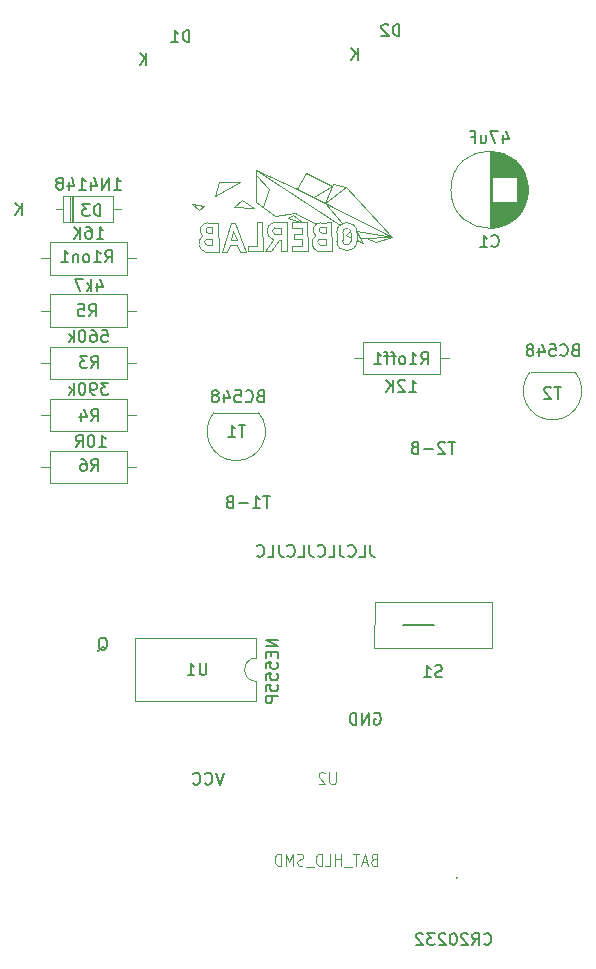
<source format=gbr>
%TF.GenerationSoftware,KiCad,Pcbnew,7.0.8*%
%TF.CreationDate,2024-08-03T05:57:31+02:00*%
%TF.ProjectId,RobiV4,526f6269-5634-42e6-9b69-6361645f7063,rev?*%
%TF.SameCoordinates,Original*%
%TF.FileFunction,Legend,Bot*%
%TF.FilePolarity,Positive*%
%FSLAX46Y46*%
G04 Gerber Fmt 4.6, Leading zero omitted, Abs format (unit mm)*
G04 Created by KiCad (PCBNEW 7.0.8) date 2024-08-03 05:57:31*
%MOMM*%
%LPD*%
G01*
G04 APERTURE LIST*
%ADD10C,0.150000*%
%ADD11C,0.050000*%
%ADD12C,0.120000*%
%ADD13C,0.100000*%
%ADD14C,0.010000*%
G04 APERTURE END LIST*
D10*
X146304000Y-103124000D02*
X143637000Y-103124000D01*
X143637000Y-103124000D02*
X146304000Y-103124000D01*
X140877506Y-96369819D02*
X140877506Y-97084104D01*
X140877506Y-97084104D02*
X140925125Y-97226961D01*
X140925125Y-97226961D02*
X141020363Y-97322200D01*
X141020363Y-97322200D02*
X141163220Y-97369819D01*
X141163220Y-97369819D02*
X141258458Y-97369819D01*
X139925125Y-97369819D02*
X140401315Y-97369819D01*
X140401315Y-97369819D02*
X140401315Y-96369819D01*
X139020363Y-97274580D02*
X139067982Y-97322200D01*
X139067982Y-97322200D02*
X139210839Y-97369819D01*
X139210839Y-97369819D02*
X139306077Y-97369819D01*
X139306077Y-97369819D02*
X139448934Y-97322200D01*
X139448934Y-97322200D02*
X139544172Y-97226961D01*
X139544172Y-97226961D02*
X139591791Y-97131723D01*
X139591791Y-97131723D02*
X139639410Y-96941247D01*
X139639410Y-96941247D02*
X139639410Y-96798390D01*
X139639410Y-96798390D02*
X139591791Y-96607914D01*
X139591791Y-96607914D02*
X139544172Y-96512676D01*
X139544172Y-96512676D02*
X139448934Y-96417438D01*
X139448934Y-96417438D02*
X139306077Y-96369819D01*
X139306077Y-96369819D02*
X139210839Y-96369819D01*
X139210839Y-96369819D02*
X139067982Y-96417438D01*
X139067982Y-96417438D02*
X139020363Y-96465057D01*
X138306077Y-96369819D02*
X138306077Y-97084104D01*
X138306077Y-97084104D02*
X138353696Y-97226961D01*
X138353696Y-97226961D02*
X138448934Y-97322200D01*
X138448934Y-97322200D02*
X138591791Y-97369819D01*
X138591791Y-97369819D02*
X138687029Y-97369819D01*
X137353696Y-97369819D02*
X137829886Y-97369819D01*
X137829886Y-97369819D02*
X137829886Y-96369819D01*
X136448934Y-97274580D02*
X136496553Y-97322200D01*
X136496553Y-97322200D02*
X136639410Y-97369819D01*
X136639410Y-97369819D02*
X136734648Y-97369819D01*
X136734648Y-97369819D02*
X136877505Y-97322200D01*
X136877505Y-97322200D02*
X136972743Y-97226961D01*
X136972743Y-97226961D02*
X137020362Y-97131723D01*
X137020362Y-97131723D02*
X137067981Y-96941247D01*
X137067981Y-96941247D02*
X137067981Y-96798390D01*
X137067981Y-96798390D02*
X137020362Y-96607914D01*
X137020362Y-96607914D02*
X136972743Y-96512676D01*
X136972743Y-96512676D02*
X136877505Y-96417438D01*
X136877505Y-96417438D02*
X136734648Y-96369819D01*
X136734648Y-96369819D02*
X136639410Y-96369819D01*
X136639410Y-96369819D02*
X136496553Y-96417438D01*
X136496553Y-96417438D02*
X136448934Y-96465057D01*
X135734648Y-96369819D02*
X135734648Y-97084104D01*
X135734648Y-97084104D02*
X135782267Y-97226961D01*
X135782267Y-97226961D02*
X135877505Y-97322200D01*
X135877505Y-97322200D02*
X136020362Y-97369819D01*
X136020362Y-97369819D02*
X136115600Y-97369819D01*
X134782267Y-97369819D02*
X135258457Y-97369819D01*
X135258457Y-97369819D02*
X135258457Y-96369819D01*
X133877505Y-97274580D02*
X133925124Y-97322200D01*
X133925124Y-97322200D02*
X134067981Y-97369819D01*
X134067981Y-97369819D02*
X134163219Y-97369819D01*
X134163219Y-97369819D02*
X134306076Y-97322200D01*
X134306076Y-97322200D02*
X134401314Y-97226961D01*
X134401314Y-97226961D02*
X134448933Y-97131723D01*
X134448933Y-97131723D02*
X134496552Y-96941247D01*
X134496552Y-96941247D02*
X134496552Y-96798390D01*
X134496552Y-96798390D02*
X134448933Y-96607914D01*
X134448933Y-96607914D02*
X134401314Y-96512676D01*
X134401314Y-96512676D02*
X134306076Y-96417438D01*
X134306076Y-96417438D02*
X134163219Y-96369819D01*
X134163219Y-96369819D02*
X134067981Y-96369819D01*
X134067981Y-96369819D02*
X133925124Y-96417438D01*
X133925124Y-96417438D02*
X133877505Y-96465057D01*
X133163219Y-96369819D02*
X133163219Y-97084104D01*
X133163219Y-97084104D02*
X133210838Y-97226961D01*
X133210838Y-97226961D02*
X133306076Y-97322200D01*
X133306076Y-97322200D02*
X133448933Y-97369819D01*
X133448933Y-97369819D02*
X133544171Y-97369819D01*
X132210838Y-97369819D02*
X132687028Y-97369819D01*
X132687028Y-97369819D02*
X132687028Y-96369819D01*
X131306076Y-97274580D02*
X131353695Y-97322200D01*
X131353695Y-97322200D02*
X131496552Y-97369819D01*
X131496552Y-97369819D02*
X131591790Y-97369819D01*
X131591790Y-97369819D02*
X131734647Y-97322200D01*
X131734647Y-97322200D02*
X131829885Y-97226961D01*
X131829885Y-97226961D02*
X131877504Y-97131723D01*
X131877504Y-97131723D02*
X131925123Y-96941247D01*
X131925123Y-96941247D02*
X131925123Y-96798390D01*
X131925123Y-96798390D02*
X131877504Y-96607914D01*
X131877504Y-96607914D02*
X131829885Y-96512676D01*
X131829885Y-96512676D02*
X131734647Y-96417438D01*
X131734647Y-96417438D02*
X131591790Y-96369819D01*
X131591790Y-96369819D02*
X131496552Y-96369819D01*
X131496552Y-96369819D02*
X131353695Y-96417438D01*
X131353695Y-96417438D02*
X131306076Y-96465057D01*
X150526428Y-130153580D02*
X150574047Y-130201200D01*
X150574047Y-130201200D02*
X150716904Y-130248819D01*
X150716904Y-130248819D02*
X150812142Y-130248819D01*
X150812142Y-130248819D02*
X150954999Y-130201200D01*
X150954999Y-130201200D02*
X151050237Y-130105961D01*
X151050237Y-130105961D02*
X151097856Y-130010723D01*
X151097856Y-130010723D02*
X151145475Y-129820247D01*
X151145475Y-129820247D02*
X151145475Y-129677390D01*
X151145475Y-129677390D02*
X151097856Y-129486914D01*
X151097856Y-129486914D02*
X151050237Y-129391676D01*
X151050237Y-129391676D02*
X150954999Y-129296438D01*
X150954999Y-129296438D02*
X150812142Y-129248819D01*
X150812142Y-129248819D02*
X150716904Y-129248819D01*
X150716904Y-129248819D02*
X150574047Y-129296438D01*
X150574047Y-129296438D02*
X150526428Y-129344057D01*
X149526428Y-130248819D02*
X149859761Y-129772628D01*
X150097856Y-130248819D02*
X150097856Y-129248819D01*
X150097856Y-129248819D02*
X149716904Y-129248819D01*
X149716904Y-129248819D02*
X149621666Y-129296438D01*
X149621666Y-129296438D02*
X149574047Y-129344057D01*
X149574047Y-129344057D02*
X149526428Y-129439295D01*
X149526428Y-129439295D02*
X149526428Y-129582152D01*
X149526428Y-129582152D02*
X149574047Y-129677390D01*
X149574047Y-129677390D02*
X149621666Y-129725009D01*
X149621666Y-129725009D02*
X149716904Y-129772628D01*
X149716904Y-129772628D02*
X150097856Y-129772628D01*
X149145475Y-129344057D02*
X149097856Y-129296438D01*
X149097856Y-129296438D02*
X149002618Y-129248819D01*
X149002618Y-129248819D02*
X148764523Y-129248819D01*
X148764523Y-129248819D02*
X148669285Y-129296438D01*
X148669285Y-129296438D02*
X148621666Y-129344057D01*
X148621666Y-129344057D02*
X148574047Y-129439295D01*
X148574047Y-129439295D02*
X148574047Y-129534533D01*
X148574047Y-129534533D02*
X148621666Y-129677390D01*
X148621666Y-129677390D02*
X149193094Y-130248819D01*
X149193094Y-130248819D02*
X148574047Y-130248819D01*
X147954999Y-129248819D02*
X147859761Y-129248819D01*
X147859761Y-129248819D02*
X147764523Y-129296438D01*
X147764523Y-129296438D02*
X147716904Y-129344057D01*
X147716904Y-129344057D02*
X147669285Y-129439295D01*
X147669285Y-129439295D02*
X147621666Y-129629771D01*
X147621666Y-129629771D02*
X147621666Y-129867866D01*
X147621666Y-129867866D02*
X147669285Y-130058342D01*
X147669285Y-130058342D02*
X147716904Y-130153580D01*
X147716904Y-130153580D02*
X147764523Y-130201200D01*
X147764523Y-130201200D02*
X147859761Y-130248819D01*
X147859761Y-130248819D02*
X147954999Y-130248819D01*
X147954999Y-130248819D02*
X148050237Y-130201200D01*
X148050237Y-130201200D02*
X148097856Y-130153580D01*
X148097856Y-130153580D02*
X148145475Y-130058342D01*
X148145475Y-130058342D02*
X148193094Y-129867866D01*
X148193094Y-129867866D02*
X148193094Y-129629771D01*
X148193094Y-129629771D02*
X148145475Y-129439295D01*
X148145475Y-129439295D02*
X148097856Y-129344057D01*
X148097856Y-129344057D02*
X148050237Y-129296438D01*
X148050237Y-129296438D02*
X147954999Y-129248819D01*
X147240713Y-129344057D02*
X147193094Y-129296438D01*
X147193094Y-129296438D02*
X147097856Y-129248819D01*
X147097856Y-129248819D02*
X146859761Y-129248819D01*
X146859761Y-129248819D02*
X146764523Y-129296438D01*
X146764523Y-129296438D02*
X146716904Y-129344057D01*
X146716904Y-129344057D02*
X146669285Y-129439295D01*
X146669285Y-129439295D02*
X146669285Y-129534533D01*
X146669285Y-129534533D02*
X146716904Y-129677390D01*
X146716904Y-129677390D02*
X147288332Y-130248819D01*
X147288332Y-130248819D02*
X146669285Y-130248819D01*
X146335951Y-129248819D02*
X145716904Y-129248819D01*
X145716904Y-129248819D02*
X146050237Y-129629771D01*
X146050237Y-129629771D02*
X145907380Y-129629771D01*
X145907380Y-129629771D02*
X145812142Y-129677390D01*
X145812142Y-129677390D02*
X145764523Y-129725009D01*
X145764523Y-129725009D02*
X145716904Y-129820247D01*
X145716904Y-129820247D02*
X145716904Y-130058342D01*
X145716904Y-130058342D02*
X145764523Y-130153580D01*
X145764523Y-130153580D02*
X145812142Y-130201200D01*
X145812142Y-130201200D02*
X145907380Y-130248819D01*
X145907380Y-130248819D02*
X146193094Y-130248819D01*
X146193094Y-130248819D02*
X146288332Y-130201200D01*
X146288332Y-130201200D02*
X146335951Y-130153580D01*
X145335951Y-129344057D02*
X145288332Y-129296438D01*
X145288332Y-129296438D02*
X145193094Y-129248819D01*
X145193094Y-129248819D02*
X144954999Y-129248819D01*
X144954999Y-129248819D02*
X144859761Y-129296438D01*
X144859761Y-129296438D02*
X144812142Y-129344057D01*
X144812142Y-129344057D02*
X144764523Y-129439295D01*
X144764523Y-129439295D02*
X144764523Y-129534533D01*
X144764523Y-129534533D02*
X144812142Y-129677390D01*
X144812142Y-129677390D02*
X145383570Y-130248819D01*
X145383570Y-130248819D02*
X144764523Y-130248819D01*
X158219887Y-79846009D02*
X158077030Y-79893628D01*
X158077030Y-79893628D02*
X158029411Y-79941247D01*
X158029411Y-79941247D02*
X157981792Y-80036485D01*
X157981792Y-80036485D02*
X157981792Y-80179342D01*
X157981792Y-80179342D02*
X158029411Y-80274580D01*
X158029411Y-80274580D02*
X158077030Y-80322200D01*
X158077030Y-80322200D02*
X158172268Y-80369819D01*
X158172268Y-80369819D02*
X158553220Y-80369819D01*
X158553220Y-80369819D02*
X158553220Y-79369819D01*
X158553220Y-79369819D02*
X158219887Y-79369819D01*
X158219887Y-79369819D02*
X158124649Y-79417438D01*
X158124649Y-79417438D02*
X158077030Y-79465057D01*
X158077030Y-79465057D02*
X158029411Y-79560295D01*
X158029411Y-79560295D02*
X158029411Y-79655533D01*
X158029411Y-79655533D02*
X158077030Y-79750771D01*
X158077030Y-79750771D02*
X158124649Y-79798390D01*
X158124649Y-79798390D02*
X158219887Y-79846009D01*
X158219887Y-79846009D02*
X158553220Y-79846009D01*
X156981792Y-80274580D02*
X157029411Y-80322200D01*
X157029411Y-80322200D02*
X157172268Y-80369819D01*
X157172268Y-80369819D02*
X157267506Y-80369819D01*
X157267506Y-80369819D02*
X157410363Y-80322200D01*
X157410363Y-80322200D02*
X157505601Y-80226961D01*
X157505601Y-80226961D02*
X157553220Y-80131723D01*
X157553220Y-80131723D02*
X157600839Y-79941247D01*
X157600839Y-79941247D02*
X157600839Y-79798390D01*
X157600839Y-79798390D02*
X157553220Y-79607914D01*
X157553220Y-79607914D02*
X157505601Y-79512676D01*
X157505601Y-79512676D02*
X157410363Y-79417438D01*
X157410363Y-79417438D02*
X157267506Y-79369819D01*
X157267506Y-79369819D02*
X157172268Y-79369819D01*
X157172268Y-79369819D02*
X157029411Y-79417438D01*
X157029411Y-79417438D02*
X156981792Y-79465057D01*
X156077030Y-79369819D02*
X156553220Y-79369819D01*
X156553220Y-79369819D02*
X156600839Y-79846009D01*
X156600839Y-79846009D02*
X156553220Y-79798390D01*
X156553220Y-79798390D02*
X156457982Y-79750771D01*
X156457982Y-79750771D02*
X156219887Y-79750771D01*
X156219887Y-79750771D02*
X156124649Y-79798390D01*
X156124649Y-79798390D02*
X156077030Y-79846009D01*
X156077030Y-79846009D02*
X156029411Y-79941247D01*
X156029411Y-79941247D02*
X156029411Y-80179342D01*
X156029411Y-80179342D02*
X156077030Y-80274580D01*
X156077030Y-80274580D02*
X156124649Y-80322200D01*
X156124649Y-80322200D02*
X156219887Y-80369819D01*
X156219887Y-80369819D02*
X156457982Y-80369819D01*
X156457982Y-80369819D02*
X156553220Y-80322200D01*
X156553220Y-80322200D02*
X156600839Y-80274580D01*
X155172268Y-79703152D02*
X155172268Y-80369819D01*
X155410363Y-79322200D02*
X155648458Y-80036485D01*
X155648458Y-80036485D02*
X155029411Y-80036485D01*
X154505601Y-79798390D02*
X154600839Y-79750771D01*
X154600839Y-79750771D02*
X154648458Y-79703152D01*
X154648458Y-79703152D02*
X154696077Y-79607914D01*
X154696077Y-79607914D02*
X154696077Y-79560295D01*
X154696077Y-79560295D02*
X154648458Y-79465057D01*
X154648458Y-79465057D02*
X154600839Y-79417438D01*
X154600839Y-79417438D02*
X154505601Y-79369819D01*
X154505601Y-79369819D02*
X154315125Y-79369819D01*
X154315125Y-79369819D02*
X154219887Y-79417438D01*
X154219887Y-79417438D02*
X154172268Y-79465057D01*
X154172268Y-79465057D02*
X154124649Y-79560295D01*
X154124649Y-79560295D02*
X154124649Y-79607914D01*
X154124649Y-79607914D02*
X154172268Y-79703152D01*
X154172268Y-79703152D02*
X154219887Y-79750771D01*
X154219887Y-79750771D02*
X154315125Y-79798390D01*
X154315125Y-79798390D02*
X154505601Y-79798390D01*
X154505601Y-79798390D02*
X154600839Y-79846009D01*
X154600839Y-79846009D02*
X154648458Y-79893628D01*
X154648458Y-79893628D02*
X154696077Y-79988866D01*
X154696077Y-79988866D02*
X154696077Y-80179342D01*
X154696077Y-80179342D02*
X154648458Y-80274580D01*
X154648458Y-80274580D02*
X154600839Y-80322200D01*
X154600839Y-80322200D02*
X154505601Y-80369819D01*
X154505601Y-80369819D02*
X154315125Y-80369819D01*
X154315125Y-80369819D02*
X154219887Y-80322200D01*
X154219887Y-80322200D02*
X154172268Y-80274580D01*
X154172268Y-80274580D02*
X154124649Y-80179342D01*
X154124649Y-80179342D02*
X154124649Y-79988866D01*
X154124649Y-79988866D02*
X154172268Y-79893628D01*
X154172268Y-79893628D02*
X154219887Y-79846009D01*
X154219887Y-79846009D02*
X154315125Y-79798390D01*
X131569887Y-83756009D02*
X131427030Y-83803628D01*
X131427030Y-83803628D02*
X131379411Y-83851247D01*
X131379411Y-83851247D02*
X131331792Y-83946485D01*
X131331792Y-83946485D02*
X131331792Y-84089342D01*
X131331792Y-84089342D02*
X131379411Y-84184580D01*
X131379411Y-84184580D02*
X131427030Y-84232200D01*
X131427030Y-84232200D02*
X131522268Y-84279819D01*
X131522268Y-84279819D02*
X131903220Y-84279819D01*
X131903220Y-84279819D02*
X131903220Y-83279819D01*
X131903220Y-83279819D02*
X131569887Y-83279819D01*
X131569887Y-83279819D02*
X131474649Y-83327438D01*
X131474649Y-83327438D02*
X131427030Y-83375057D01*
X131427030Y-83375057D02*
X131379411Y-83470295D01*
X131379411Y-83470295D02*
X131379411Y-83565533D01*
X131379411Y-83565533D02*
X131427030Y-83660771D01*
X131427030Y-83660771D02*
X131474649Y-83708390D01*
X131474649Y-83708390D02*
X131569887Y-83756009D01*
X131569887Y-83756009D02*
X131903220Y-83756009D01*
X130331792Y-84184580D02*
X130379411Y-84232200D01*
X130379411Y-84232200D02*
X130522268Y-84279819D01*
X130522268Y-84279819D02*
X130617506Y-84279819D01*
X130617506Y-84279819D02*
X130760363Y-84232200D01*
X130760363Y-84232200D02*
X130855601Y-84136961D01*
X130855601Y-84136961D02*
X130903220Y-84041723D01*
X130903220Y-84041723D02*
X130950839Y-83851247D01*
X130950839Y-83851247D02*
X130950839Y-83708390D01*
X130950839Y-83708390D02*
X130903220Y-83517914D01*
X130903220Y-83517914D02*
X130855601Y-83422676D01*
X130855601Y-83422676D02*
X130760363Y-83327438D01*
X130760363Y-83327438D02*
X130617506Y-83279819D01*
X130617506Y-83279819D02*
X130522268Y-83279819D01*
X130522268Y-83279819D02*
X130379411Y-83327438D01*
X130379411Y-83327438D02*
X130331792Y-83375057D01*
X129427030Y-83279819D02*
X129903220Y-83279819D01*
X129903220Y-83279819D02*
X129950839Y-83756009D01*
X129950839Y-83756009D02*
X129903220Y-83708390D01*
X129903220Y-83708390D02*
X129807982Y-83660771D01*
X129807982Y-83660771D02*
X129569887Y-83660771D01*
X129569887Y-83660771D02*
X129474649Y-83708390D01*
X129474649Y-83708390D02*
X129427030Y-83756009D01*
X129427030Y-83756009D02*
X129379411Y-83851247D01*
X129379411Y-83851247D02*
X129379411Y-84089342D01*
X129379411Y-84089342D02*
X129427030Y-84184580D01*
X129427030Y-84184580D02*
X129474649Y-84232200D01*
X129474649Y-84232200D02*
X129569887Y-84279819D01*
X129569887Y-84279819D02*
X129807982Y-84279819D01*
X129807982Y-84279819D02*
X129903220Y-84232200D01*
X129903220Y-84232200D02*
X129950839Y-84184580D01*
X128522268Y-83613152D02*
X128522268Y-84279819D01*
X128760363Y-83232200D02*
X128998458Y-83946485D01*
X128998458Y-83946485D02*
X128379411Y-83946485D01*
X127855601Y-83708390D02*
X127950839Y-83660771D01*
X127950839Y-83660771D02*
X127998458Y-83613152D01*
X127998458Y-83613152D02*
X128046077Y-83517914D01*
X128046077Y-83517914D02*
X128046077Y-83470295D01*
X128046077Y-83470295D02*
X127998458Y-83375057D01*
X127998458Y-83375057D02*
X127950839Y-83327438D01*
X127950839Y-83327438D02*
X127855601Y-83279819D01*
X127855601Y-83279819D02*
X127665125Y-83279819D01*
X127665125Y-83279819D02*
X127569887Y-83327438D01*
X127569887Y-83327438D02*
X127522268Y-83375057D01*
X127522268Y-83375057D02*
X127474649Y-83470295D01*
X127474649Y-83470295D02*
X127474649Y-83517914D01*
X127474649Y-83517914D02*
X127522268Y-83613152D01*
X127522268Y-83613152D02*
X127569887Y-83660771D01*
X127569887Y-83660771D02*
X127665125Y-83708390D01*
X127665125Y-83708390D02*
X127855601Y-83708390D01*
X127855601Y-83708390D02*
X127950839Y-83756009D01*
X127950839Y-83756009D02*
X127998458Y-83803628D01*
X127998458Y-83803628D02*
X128046077Y-83898866D01*
X128046077Y-83898866D02*
X128046077Y-84089342D01*
X128046077Y-84089342D02*
X127998458Y-84184580D01*
X127998458Y-84184580D02*
X127950839Y-84232200D01*
X127950839Y-84232200D02*
X127855601Y-84279819D01*
X127855601Y-84279819D02*
X127665125Y-84279819D01*
X127665125Y-84279819D02*
X127569887Y-84232200D01*
X127569887Y-84232200D02*
X127522268Y-84184580D01*
X127522268Y-84184580D02*
X127474649Y-84089342D01*
X127474649Y-84089342D02*
X127474649Y-83898866D01*
X127474649Y-83898866D02*
X127522268Y-83803628D01*
X127522268Y-83803628D02*
X127569887Y-83756009D01*
X127569887Y-83756009D02*
X127665125Y-83708390D01*
X121927904Y-55699819D02*
X121927904Y-54699819D01*
X121356476Y-55699819D02*
X121785047Y-55128390D01*
X121356476Y-54699819D02*
X121927904Y-55271247D01*
X139834904Y-55318819D02*
X139834904Y-54318819D01*
X139263476Y-55318819D02*
X139692047Y-54747390D01*
X139263476Y-54318819D02*
X139834904Y-54890247D01*
X151149666Y-71053580D02*
X151197285Y-71101200D01*
X151197285Y-71101200D02*
X151340142Y-71148819D01*
X151340142Y-71148819D02*
X151435380Y-71148819D01*
X151435380Y-71148819D02*
X151578237Y-71101200D01*
X151578237Y-71101200D02*
X151673475Y-71005961D01*
X151673475Y-71005961D02*
X151721094Y-70910723D01*
X151721094Y-70910723D02*
X151768713Y-70720247D01*
X151768713Y-70720247D02*
X151768713Y-70577390D01*
X151768713Y-70577390D02*
X151721094Y-70386914D01*
X151721094Y-70386914D02*
X151673475Y-70291676D01*
X151673475Y-70291676D02*
X151578237Y-70196438D01*
X151578237Y-70196438D02*
X151435380Y-70148819D01*
X151435380Y-70148819D02*
X151340142Y-70148819D01*
X151340142Y-70148819D02*
X151197285Y-70196438D01*
X151197285Y-70196438D02*
X151149666Y-70244057D01*
X150197285Y-71148819D02*
X150768713Y-71148819D01*
X150482999Y-71148819D02*
X150482999Y-70148819D01*
X150482999Y-70148819D02*
X150578237Y-70291676D01*
X150578237Y-70291676D02*
X150673475Y-70386914D01*
X150673475Y-70386914D02*
X150768713Y-70434533D01*
X152149666Y-61682152D02*
X152149666Y-62348819D01*
X152387761Y-61301200D02*
X152625856Y-62015485D01*
X152625856Y-62015485D02*
X152006809Y-62015485D01*
X151721094Y-61348819D02*
X151054428Y-61348819D01*
X151054428Y-61348819D02*
X151482999Y-62348819D01*
X150244904Y-61682152D02*
X150244904Y-62348819D01*
X150673475Y-61682152D02*
X150673475Y-62205961D01*
X150673475Y-62205961D02*
X150625856Y-62301200D01*
X150625856Y-62301200D02*
X150530618Y-62348819D01*
X150530618Y-62348819D02*
X150387761Y-62348819D01*
X150387761Y-62348819D02*
X150292523Y-62301200D01*
X150292523Y-62301200D02*
X150244904Y-62253580D01*
X149435380Y-61825009D02*
X149768713Y-61825009D01*
X149768713Y-62348819D02*
X149768713Y-61348819D01*
X149768713Y-61348819D02*
X149292523Y-61348819D01*
X125579094Y-53794819D02*
X125579094Y-52794819D01*
X125579094Y-52794819D02*
X125340999Y-52794819D01*
X125340999Y-52794819D02*
X125198142Y-52842438D01*
X125198142Y-52842438D02*
X125102904Y-52937676D01*
X125102904Y-52937676D02*
X125055285Y-53032914D01*
X125055285Y-53032914D02*
X125007666Y-53223390D01*
X125007666Y-53223390D02*
X125007666Y-53366247D01*
X125007666Y-53366247D02*
X125055285Y-53556723D01*
X125055285Y-53556723D02*
X125102904Y-53651961D01*
X125102904Y-53651961D02*
X125198142Y-53747200D01*
X125198142Y-53747200D02*
X125340999Y-53794819D01*
X125340999Y-53794819D02*
X125579094Y-53794819D01*
X124055285Y-53794819D02*
X124626713Y-53794819D01*
X124340999Y-53794819D02*
X124340999Y-52794819D01*
X124340999Y-52794819D02*
X124436237Y-52937676D01*
X124436237Y-52937676D02*
X124531475Y-53032914D01*
X124531475Y-53032914D02*
X124626713Y-53080533D01*
X143359094Y-53286819D02*
X143359094Y-52286819D01*
X143359094Y-52286819D02*
X143120999Y-52286819D01*
X143120999Y-52286819D02*
X142978142Y-52334438D01*
X142978142Y-52334438D02*
X142882904Y-52429676D01*
X142882904Y-52429676D02*
X142835285Y-52524914D01*
X142835285Y-52524914D02*
X142787666Y-52715390D01*
X142787666Y-52715390D02*
X142787666Y-52858247D01*
X142787666Y-52858247D02*
X142835285Y-53048723D01*
X142835285Y-53048723D02*
X142882904Y-53143961D01*
X142882904Y-53143961D02*
X142978142Y-53239200D01*
X142978142Y-53239200D02*
X143120999Y-53286819D01*
X143120999Y-53286819D02*
X143359094Y-53286819D01*
X142406713Y-52382057D02*
X142359094Y-52334438D01*
X142359094Y-52334438D02*
X142263856Y-52286819D01*
X142263856Y-52286819D02*
X142025761Y-52286819D01*
X142025761Y-52286819D02*
X141930523Y-52334438D01*
X141930523Y-52334438D02*
X141882904Y-52382057D01*
X141882904Y-52382057D02*
X141835285Y-52477295D01*
X141835285Y-52477295D02*
X141835285Y-52572533D01*
X141835285Y-52572533D02*
X141882904Y-52715390D01*
X141882904Y-52715390D02*
X142454332Y-53286819D01*
X142454332Y-53286819D02*
X141835285Y-53286819D01*
X130301903Y-86221220D02*
X129730475Y-86221220D01*
X130016189Y-87221220D02*
X130016189Y-86221220D01*
X128873332Y-87221220D02*
X129444760Y-87221220D01*
X129159046Y-87221220D02*
X129159046Y-86221220D01*
X129159046Y-86221220D02*
X129254284Y-86364077D01*
X129254284Y-86364077D02*
X129349522Y-86459315D01*
X129349522Y-86459315D02*
X129444760Y-86506934D01*
X157031104Y-82993419D02*
X156459676Y-82993419D01*
X156745390Y-83993419D02*
X156745390Y-82993419D01*
X156173961Y-83088657D02*
X156126342Y-83041038D01*
X156126342Y-83041038D02*
X156031104Y-82993419D01*
X156031104Y-82993419D02*
X155793009Y-82993419D01*
X155793009Y-82993419D02*
X155697771Y-83041038D01*
X155697771Y-83041038D02*
X155650152Y-83088657D01*
X155650152Y-83088657D02*
X155602533Y-83183895D01*
X155602533Y-83183895D02*
X155602533Y-83279133D01*
X155602533Y-83279133D02*
X155650152Y-83421990D01*
X155650152Y-83421990D02*
X156221580Y-83993419D01*
X156221580Y-83993419D02*
X155602533Y-83993419D01*
X118035294Y-68526819D02*
X118035294Y-67526819D01*
X118035294Y-67526819D02*
X117797199Y-67526819D01*
X117797199Y-67526819D02*
X117654342Y-67574438D01*
X117654342Y-67574438D02*
X117559104Y-67669676D01*
X117559104Y-67669676D02*
X117511485Y-67764914D01*
X117511485Y-67764914D02*
X117463866Y-67955390D01*
X117463866Y-67955390D02*
X117463866Y-68098247D01*
X117463866Y-68098247D02*
X117511485Y-68288723D01*
X117511485Y-68288723D02*
X117559104Y-68383961D01*
X117559104Y-68383961D02*
X117654342Y-68479200D01*
X117654342Y-68479200D02*
X117797199Y-68526819D01*
X117797199Y-68526819D02*
X118035294Y-68526819D01*
X117130532Y-67526819D02*
X116511485Y-67526819D01*
X116511485Y-67526819D02*
X116844818Y-67907771D01*
X116844818Y-67907771D02*
X116701961Y-67907771D01*
X116701961Y-67907771D02*
X116606723Y-67955390D01*
X116606723Y-67955390D02*
X116559104Y-68003009D01*
X116559104Y-68003009D02*
X116511485Y-68098247D01*
X116511485Y-68098247D02*
X116511485Y-68336342D01*
X116511485Y-68336342D02*
X116559104Y-68431580D01*
X116559104Y-68431580D02*
X116606723Y-68479200D01*
X116606723Y-68479200D02*
X116701961Y-68526819D01*
X116701961Y-68526819D02*
X116987675Y-68526819D01*
X116987675Y-68526819D02*
X117082913Y-68479200D01*
X117082913Y-68479200D02*
X117130532Y-68431580D01*
X119168858Y-66279819D02*
X119740286Y-66279819D01*
X119454572Y-66279819D02*
X119454572Y-65279819D01*
X119454572Y-65279819D02*
X119549810Y-65422676D01*
X119549810Y-65422676D02*
X119645048Y-65517914D01*
X119645048Y-65517914D02*
X119740286Y-65565533D01*
X118740286Y-66279819D02*
X118740286Y-65279819D01*
X118740286Y-65279819D02*
X118168858Y-66279819D01*
X118168858Y-66279819D02*
X118168858Y-65279819D01*
X117264096Y-65613152D02*
X117264096Y-66279819D01*
X117502191Y-65232200D02*
X117740286Y-65946485D01*
X117740286Y-65946485D02*
X117121239Y-65946485D01*
X116216477Y-66279819D02*
X116787905Y-66279819D01*
X116502191Y-66279819D02*
X116502191Y-65279819D01*
X116502191Y-65279819D02*
X116597429Y-65422676D01*
X116597429Y-65422676D02*
X116692667Y-65517914D01*
X116692667Y-65517914D02*
X116787905Y-65565533D01*
X115359334Y-65613152D02*
X115359334Y-66279819D01*
X115597429Y-65232200D02*
X115835524Y-65946485D01*
X115835524Y-65946485D02*
X115216477Y-65946485D01*
X114692667Y-65708390D02*
X114787905Y-65660771D01*
X114787905Y-65660771D02*
X114835524Y-65613152D01*
X114835524Y-65613152D02*
X114883143Y-65517914D01*
X114883143Y-65517914D02*
X114883143Y-65470295D01*
X114883143Y-65470295D02*
X114835524Y-65375057D01*
X114835524Y-65375057D02*
X114787905Y-65327438D01*
X114787905Y-65327438D02*
X114692667Y-65279819D01*
X114692667Y-65279819D02*
X114502191Y-65279819D01*
X114502191Y-65279819D02*
X114406953Y-65327438D01*
X114406953Y-65327438D02*
X114359334Y-65375057D01*
X114359334Y-65375057D02*
X114311715Y-65470295D01*
X114311715Y-65470295D02*
X114311715Y-65517914D01*
X114311715Y-65517914D02*
X114359334Y-65613152D01*
X114359334Y-65613152D02*
X114406953Y-65660771D01*
X114406953Y-65660771D02*
X114502191Y-65708390D01*
X114502191Y-65708390D02*
X114692667Y-65708390D01*
X114692667Y-65708390D02*
X114787905Y-65756009D01*
X114787905Y-65756009D02*
X114835524Y-65803628D01*
X114835524Y-65803628D02*
X114883143Y-65898866D01*
X114883143Y-65898866D02*
X114883143Y-66089342D01*
X114883143Y-66089342D02*
X114835524Y-66184580D01*
X114835524Y-66184580D02*
X114787905Y-66232200D01*
X114787905Y-66232200D02*
X114692667Y-66279819D01*
X114692667Y-66279819D02*
X114502191Y-66279819D01*
X114502191Y-66279819D02*
X114406953Y-66232200D01*
X114406953Y-66232200D02*
X114359334Y-66184580D01*
X114359334Y-66184580D02*
X114311715Y-66089342D01*
X114311715Y-66089342D02*
X114311715Y-65898866D01*
X114311715Y-65898866D02*
X114359334Y-65803628D01*
X114359334Y-65803628D02*
X114406953Y-65756009D01*
X114406953Y-65756009D02*
X114502191Y-65708390D01*
X111386904Y-68399819D02*
X111386904Y-67399819D01*
X110815476Y-68399819D02*
X111244047Y-67828390D01*
X110815476Y-67399819D02*
X111386904Y-67971247D01*
X117260666Y-81379219D02*
X117593999Y-80903028D01*
X117832094Y-81379219D02*
X117832094Y-80379219D01*
X117832094Y-80379219D02*
X117451142Y-80379219D01*
X117451142Y-80379219D02*
X117355904Y-80426838D01*
X117355904Y-80426838D02*
X117308285Y-80474457D01*
X117308285Y-80474457D02*
X117260666Y-80569695D01*
X117260666Y-80569695D02*
X117260666Y-80712552D01*
X117260666Y-80712552D02*
X117308285Y-80807790D01*
X117308285Y-80807790D02*
X117355904Y-80855409D01*
X117355904Y-80855409D02*
X117451142Y-80903028D01*
X117451142Y-80903028D02*
X117832094Y-80903028D01*
X116927332Y-80379219D02*
X116308285Y-80379219D01*
X116308285Y-80379219D02*
X116641618Y-80760171D01*
X116641618Y-80760171D02*
X116498761Y-80760171D01*
X116498761Y-80760171D02*
X116403523Y-80807790D01*
X116403523Y-80807790D02*
X116355904Y-80855409D01*
X116355904Y-80855409D02*
X116308285Y-80950647D01*
X116308285Y-80950647D02*
X116308285Y-81188742D01*
X116308285Y-81188742D02*
X116355904Y-81283980D01*
X116355904Y-81283980D02*
X116403523Y-81331600D01*
X116403523Y-81331600D02*
X116498761Y-81379219D01*
X116498761Y-81379219D02*
X116784475Y-81379219D01*
X116784475Y-81379219D02*
X116879713Y-81331600D01*
X116879713Y-81331600D02*
X116927332Y-81283980D01*
X118145048Y-78194819D02*
X118621238Y-78194819D01*
X118621238Y-78194819D02*
X118668857Y-78671009D01*
X118668857Y-78671009D02*
X118621238Y-78623390D01*
X118621238Y-78623390D02*
X118526000Y-78575771D01*
X118526000Y-78575771D02*
X118287905Y-78575771D01*
X118287905Y-78575771D02*
X118192667Y-78623390D01*
X118192667Y-78623390D02*
X118145048Y-78671009D01*
X118145048Y-78671009D02*
X118097429Y-78766247D01*
X118097429Y-78766247D02*
X118097429Y-79004342D01*
X118097429Y-79004342D02*
X118145048Y-79099580D01*
X118145048Y-79099580D02*
X118192667Y-79147200D01*
X118192667Y-79147200D02*
X118287905Y-79194819D01*
X118287905Y-79194819D02*
X118526000Y-79194819D01*
X118526000Y-79194819D02*
X118621238Y-79147200D01*
X118621238Y-79147200D02*
X118668857Y-79099580D01*
X117240286Y-78194819D02*
X117430762Y-78194819D01*
X117430762Y-78194819D02*
X117526000Y-78242438D01*
X117526000Y-78242438D02*
X117573619Y-78290057D01*
X117573619Y-78290057D02*
X117668857Y-78432914D01*
X117668857Y-78432914D02*
X117716476Y-78623390D01*
X117716476Y-78623390D02*
X117716476Y-79004342D01*
X117716476Y-79004342D02*
X117668857Y-79099580D01*
X117668857Y-79099580D02*
X117621238Y-79147200D01*
X117621238Y-79147200D02*
X117526000Y-79194819D01*
X117526000Y-79194819D02*
X117335524Y-79194819D01*
X117335524Y-79194819D02*
X117240286Y-79147200D01*
X117240286Y-79147200D02*
X117192667Y-79099580D01*
X117192667Y-79099580D02*
X117145048Y-79004342D01*
X117145048Y-79004342D02*
X117145048Y-78766247D01*
X117145048Y-78766247D02*
X117192667Y-78671009D01*
X117192667Y-78671009D02*
X117240286Y-78623390D01*
X117240286Y-78623390D02*
X117335524Y-78575771D01*
X117335524Y-78575771D02*
X117526000Y-78575771D01*
X117526000Y-78575771D02*
X117621238Y-78623390D01*
X117621238Y-78623390D02*
X117668857Y-78671009D01*
X117668857Y-78671009D02*
X117716476Y-78766247D01*
X116526000Y-78194819D02*
X116430762Y-78194819D01*
X116430762Y-78194819D02*
X116335524Y-78242438D01*
X116335524Y-78242438D02*
X116287905Y-78290057D01*
X116287905Y-78290057D02*
X116240286Y-78385295D01*
X116240286Y-78385295D02*
X116192667Y-78575771D01*
X116192667Y-78575771D02*
X116192667Y-78813866D01*
X116192667Y-78813866D02*
X116240286Y-79004342D01*
X116240286Y-79004342D02*
X116287905Y-79099580D01*
X116287905Y-79099580D02*
X116335524Y-79147200D01*
X116335524Y-79147200D02*
X116430762Y-79194819D01*
X116430762Y-79194819D02*
X116526000Y-79194819D01*
X116526000Y-79194819D02*
X116621238Y-79147200D01*
X116621238Y-79147200D02*
X116668857Y-79099580D01*
X116668857Y-79099580D02*
X116716476Y-79004342D01*
X116716476Y-79004342D02*
X116764095Y-78813866D01*
X116764095Y-78813866D02*
X116764095Y-78575771D01*
X116764095Y-78575771D02*
X116716476Y-78385295D01*
X116716476Y-78385295D02*
X116668857Y-78290057D01*
X116668857Y-78290057D02*
X116621238Y-78242438D01*
X116621238Y-78242438D02*
X116526000Y-78194819D01*
X115764095Y-79194819D02*
X115764095Y-78194819D01*
X115668857Y-78813866D02*
X115383143Y-79194819D01*
X115383143Y-78528152D02*
X115764095Y-78909104D01*
X117260666Y-85900419D02*
X117593999Y-85424228D01*
X117832094Y-85900419D02*
X117832094Y-84900419D01*
X117832094Y-84900419D02*
X117451142Y-84900419D01*
X117451142Y-84900419D02*
X117355904Y-84948038D01*
X117355904Y-84948038D02*
X117308285Y-84995657D01*
X117308285Y-84995657D02*
X117260666Y-85090895D01*
X117260666Y-85090895D02*
X117260666Y-85233752D01*
X117260666Y-85233752D02*
X117308285Y-85328990D01*
X117308285Y-85328990D02*
X117355904Y-85376609D01*
X117355904Y-85376609D02*
X117451142Y-85424228D01*
X117451142Y-85424228D02*
X117832094Y-85424228D01*
X116403523Y-85233752D02*
X116403523Y-85900419D01*
X116641618Y-84852800D02*
X116879713Y-85567085D01*
X116879713Y-85567085D02*
X116260666Y-85567085D01*
X118716476Y-82639819D02*
X118097429Y-82639819D01*
X118097429Y-82639819D02*
X118430762Y-83020771D01*
X118430762Y-83020771D02*
X118287905Y-83020771D01*
X118287905Y-83020771D02*
X118192667Y-83068390D01*
X118192667Y-83068390D02*
X118145048Y-83116009D01*
X118145048Y-83116009D02*
X118097429Y-83211247D01*
X118097429Y-83211247D02*
X118097429Y-83449342D01*
X118097429Y-83449342D02*
X118145048Y-83544580D01*
X118145048Y-83544580D02*
X118192667Y-83592200D01*
X118192667Y-83592200D02*
X118287905Y-83639819D01*
X118287905Y-83639819D02*
X118573619Y-83639819D01*
X118573619Y-83639819D02*
X118668857Y-83592200D01*
X118668857Y-83592200D02*
X118716476Y-83544580D01*
X117621238Y-83639819D02*
X117430762Y-83639819D01*
X117430762Y-83639819D02*
X117335524Y-83592200D01*
X117335524Y-83592200D02*
X117287905Y-83544580D01*
X117287905Y-83544580D02*
X117192667Y-83401723D01*
X117192667Y-83401723D02*
X117145048Y-83211247D01*
X117145048Y-83211247D02*
X117145048Y-82830295D01*
X117145048Y-82830295D02*
X117192667Y-82735057D01*
X117192667Y-82735057D02*
X117240286Y-82687438D01*
X117240286Y-82687438D02*
X117335524Y-82639819D01*
X117335524Y-82639819D02*
X117526000Y-82639819D01*
X117526000Y-82639819D02*
X117621238Y-82687438D01*
X117621238Y-82687438D02*
X117668857Y-82735057D01*
X117668857Y-82735057D02*
X117716476Y-82830295D01*
X117716476Y-82830295D02*
X117716476Y-83068390D01*
X117716476Y-83068390D02*
X117668857Y-83163628D01*
X117668857Y-83163628D02*
X117621238Y-83211247D01*
X117621238Y-83211247D02*
X117526000Y-83258866D01*
X117526000Y-83258866D02*
X117335524Y-83258866D01*
X117335524Y-83258866D02*
X117240286Y-83211247D01*
X117240286Y-83211247D02*
X117192667Y-83163628D01*
X117192667Y-83163628D02*
X117145048Y-83068390D01*
X116526000Y-82639819D02*
X116430762Y-82639819D01*
X116430762Y-82639819D02*
X116335524Y-82687438D01*
X116335524Y-82687438D02*
X116287905Y-82735057D01*
X116287905Y-82735057D02*
X116240286Y-82830295D01*
X116240286Y-82830295D02*
X116192667Y-83020771D01*
X116192667Y-83020771D02*
X116192667Y-83258866D01*
X116192667Y-83258866D02*
X116240286Y-83449342D01*
X116240286Y-83449342D02*
X116287905Y-83544580D01*
X116287905Y-83544580D02*
X116335524Y-83592200D01*
X116335524Y-83592200D02*
X116430762Y-83639819D01*
X116430762Y-83639819D02*
X116526000Y-83639819D01*
X116526000Y-83639819D02*
X116621238Y-83592200D01*
X116621238Y-83592200D02*
X116668857Y-83544580D01*
X116668857Y-83544580D02*
X116716476Y-83449342D01*
X116716476Y-83449342D02*
X116764095Y-83258866D01*
X116764095Y-83258866D02*
X116764095Y-83020771D01*
X116764095Y-83020771D02*
X116716476Y-82830295D01*
X116716476Y-82830295D02*
X116668857Y-82735057D01*
X116668857Y-82735057D02*
X116621238Y-82687438D01*
X116621238Y-82687438D02*
X116526000Y-82639819D01*
X115764095Y-83639819D02*
X115764095Y-82639819D01*
X115668857Y-83258866D02*
X115383143Y-83639819D01*
X115383143Y-82973152D02*
X115764095Y-83354104D01*
X117057466Y-77010419D02*
X117390799Y-76534228D01*
X117628894Y-77010419D02*
X117628894Y-76010419D01*
X117628894Y-76010419D02*
X117247942Y-76010419D01*
X117247942Y-76010419D02*
X117152704Y-76058038D01*
X117152704Y-76058038D02*
X117105085Y-76105657D01*
X117105085Y-76105657D02*
X117057466Y-76200895D01*
X117057466Y-76200895D02*
X117057466Y-76343752D01*
X117057466Y-76343752D02*
X117105085Y-76438990D01*
X117105085Y-76438990D02*
X117152704Y-76486609D01*
X117152704Y-76486609D02*
X117247942Y-76534228D01*
X117247942Y-76534228D02*
X117628894Y-76534228D01*
X116152704Y-76010419D02*
X116628894Y-76010419D01*
X116628894Y-76010419D02*
X116676513Y-76486609D01*
X116676513Y-76486609D02*
X116628894Y-76438990D01*
X116628894Y-76438990D02*
X116533656Y-76391371D01*
X116533656Y-76391371D02*
X116295561Y-76391371D01*
X116295561Y-76391371D02*
X116200323Y-76438990D01*
X116200323Y-76438990D02*
X116152704Y-76486609D01*
X116152704Y-76486609D02*
X116105085Y-76581847D01*
X116105085Y-76581847D02*
X116105085Y-76819942D01*
X116105085Y-76819942D02*
X116152704Y-76915180D01*
X116152704Y-76915180D02*
X116200323Y-76962800D01*
X116200323Y-76962800D02*
X116295561Y-77010419D01*
X116295561Y-77010419D02*
X116533656Y-77010419D01*
X116533656Y-77010419D02*
X116628894Y-76962800D01*
X116628894Y-76962800D02*
X116676513Y-76915180D01*
X117784476Y-74210152D02*
X117784476Y-74876819D01*
X118022571Y-73829200D02*
X118260666Y-74543485D01*
X118260666Y-74543485D02*
X117641619Y-74543485D01*
X117260666Y-74876819D02*
X117260666Y-73876819D01*
X117165428Y-74495866D02*
X116879714Y-74876819D01*
X116879714Y-74210152D02*
X117260666Y-74591104D01*
X116546380Y-73876819D02*
X115879714Y-73876819D01*
X115879714Y-73876819D02*
X116308285Y-74876819D01*
X117260666Y-90116819D02*
X117593999Y-89640628D01*
X117832094Y-90116819D02*
X117832094Y-89116819D01*
X117832094Y-89116819D02*
X117451142Y-89116819D01*
X117451142Y-89116819D02*
X117355904Y-89164438D01*
X117355904Y-89164438D02*
X117308285Y-89212057D01*
X117308285Y-89212057D02*
X117260666Y-89307295D01*
X117260666Y-89307295D02*
X117260666Y-89450152D01*
X117260666Y-89450152D02*
X117308285Y-89545390D01*
X117308285Y-89545390D02*
X117355904Y-89593009D01*
X117355904Y-89593009D02*
X117451142Y-89640628D01*
X117451142Y-89640628D02*
X117832094Y-89640628D01*
X116403523Y-89116819D02*
X116593999Y-89116819D01*
X116593999Y-89116819D02*
X116689237Y-89164438D01*
X116689237Y-89164438D02*
X116736856Y-89212057D01*
X116736856Y-89212057D02*
X116832094Y-89354914D01*
X116832094Y-89354914D02*
X116879713Y-89545390D01*
X116879713Y-89545390D02*
X116879713Y-89926342D01*
X116879713Y-89926342D02*
X116832094Y-90021580D01*
X116832094Y-90021580D02*
X116784475Y-90069200D01*
X116784475Y-90069200D02*
X116689237Y-90116819D01*
X116689237Y-90116819D02*
X116498761Y-90116819D01*
X116498761Y-90116819D02*
X116403523Y-90069200D01*
X116403523Y-90069200D02*
X116355904Y-90021580D01*
X116355904Y-90021580D02*
X116308285Y-89926342D01*
X116308285Y-89926342D02*
X116308285Y-89688247D01*
X116308285Y-89688247D02*
X116355904Y-89593009D01*
X116355904Y-89593009D02*
X116403523Y-89545390D01*
X116403523Y-89545390D02*
X116498761Y-89497771D01*
X116498761Y-89497771D02*
X116689237Y-89497771D01*
X116689237Y-89497771D02*
X116784475Y-89545390D01*
X116784475Y-89545390D02*
X116832094Y-89593009D01*
X116832094Y-89593009D02*
X116879713Y-89688247D01*
X117911476Y-88084819D02*
X118482904Y-88084819D01*
X118197190Y-88084819D02*
X118197190Y-87084819D01*
X118197190Y-87084819D02*
X118292428Y-87227676D01*
X118292428Y-87227676D02*
X118387666Y-87322914D01*
X118387666Y-87322914D02*
X118482904Y-87370533D01*
X117292428Y-87084819D02*
X117197190Y-87084819D01*
X117197190Y-87084819D02*
X117101952Y-87132438D01*
X117101952Y-87132438D02*
X117054333Y-87180057D01*
X117054333Y-87180057D02*
X117006714Y-87275295D01*
X117006714Y-87275295D02*
X116959095Y-87465771D01*
X116959095Y-87465771D02*
X116959095Y-87703866D01*
X116959095Y-87703866D02*
X117006714Y-87894342D01*
X117006714Y-87894342D02*
X117054333Y-87989580D01*
X117054333Y-87989580D02*
X117101952Y-88037200D01*
X117101952Y-88037200D02*
X117197190Y-88084819D01*
X117197190Y-88084819D02*
X117292428Y-88084819D01*
X117292428Y-88084819D02*
X117387666Y-88037200D01*
X117387666Y-88037200D02*
X117435285Y-87989580D01*
X117435285Y-87989580D02*
X117482904Y-87894342D01*
X117482904Y-87894342D02*
X117530523Y-87703866D01*
X117530523Y-87703866D02*
X117530523Y-87465771D01*
X117530523Y-87465771D02*
X117482904Y-87275295D01*
X117482904Y-87275295D02*
X117435285Y-87180057D01*
X117435285Y-87180057D02*
X117387666Y-87132438D01*
X117387666Y-87132438D02*
X117292428Y-87084819D01*
X115959095Y-88084819D02*
X116292428Y-87608628D01*
X116530523Y-88084819D02*
X116530523Y-87084819D01*
X116530523Y-87084819D02*
X116149571Y-87084819D01*
X116149571Y-87084819D02*
X116054333Y-87132438D01*
X116054333Y-87132438D02*
X116006714Y-87180057D01*
X116006714Y-87180057D02*
X115959095Y-87275295D01*
X115959095Y-87275295D02*
X115959095Y-87418152D01*
X115959095Y-87418152D02*
X116006714Y-87513390D01*
X116006714Y-87513390D02*
X116054333Y-87561009D01*
X116054333Y-87561009D02*
X116149571Y-87608628D01*
X116149571Y-87608628D02*
X116530523Y-87608628D01*
X118438419Y-72438419D02*
X118771752Y-71962228D01*
X119009847Y-72438419D02*
X119009847Y-71438419D01*
X119009847Y-71438419D02*
X118628895Y-71438419D01*
X118628895Y-71438419D02*
X118533657Y-71486038D01*
X118533657Y-71486038D02*
X118486038Y-71533657D01*
X118486038Y-71533657D02*
X118438419Y-71628895D01*
X118438419Y-71628895D02*
X118438419Y-71771752D01*
X118438419Y-71771752D02*
X118486038Y-71866990D01*
X118486038Y-71866990D02*
X118533657Y-71914609D01*
X118533657Y-71914609D02*
X118628895Y-71962228D01*
X118628895Y-71962228D02*
X119009847Y-71962228D01*
X117486038Y-72438419D02*
X118057466Y-72438419D01*
X117771752Y-72438419D02*
X117771752Y-71438419D01*
X117771752Y-71438419D02*
X117866990Y-71581276D01*
X117866990Y-71581276D02*
X117962228Y-71676514D01*
X117962228Y-71676514D02*
X118057466Y-71724133D01*
X116914609Y-72438419D02*
X117009847Y-72390800D01*
X117009847Y-72390800D02*
X117057466Y-72343180D01*
X117057466Y-72343180D02*
X117105085Y-72247942D01*
X117105085Y-72247942D02*
X117105085Y-71962228D01*
X117105085Y-71962228D02*
X117057466Y-71866990D01*
X117057466Y-71866990D02*
X117009847Y-71819371D01*
X117009847Y-71819371D02*
X116914609Y-71771752D01*
X116914609Y-71771752D02*
X116771752Y-71771752D01*
X116771752Y-71771752D02*
X116676514Y-71819371D01*
X116676514Y-71819371D02*
X116628895Y-71866990D01*
X116628895Y-71866990D02*
X116581276Y-71962228D01*
X116581276Y-71962228D02*
X116581276Y-72247942D01*
X116581276Y-72247942D02*
X116628895Y-72343180D01*
X116628895Y-72343180D02*
X116676514Y-72390800D01*
X116676514Y-72390800D02*
X116771752Y-72438419D01*
X116771752Y-72438419D02*
X116914609Y-72438419D01*
X116152704Y-71771752D02*
X116152704Y-72438419D01*
X116152704Y-71866990D02*
X116105085Y-71819371D01*
X116105085Y-71819371D02*
X116009847Y-71771752D01*
X116009847Y-71771752D02*
X115866990Y-71771752D01*
X115866990Y-71771752D02*
X115771752Y-71819371D01*
X115771752Y-71819371D02*
X115724133Y-71914609D01*
X115724133Y-71914609D02*
X115724133Y-72438419D01*
X114724133Y-72438419D02*
X115295561Y-72438419D01*
X115009847Y-72438419D02*
X115009847Y-71438419D01*
X115009847Y-71438419D02*
X115105085Y-71581276D01*
X115105085Y-71581276D02*
X115200323Y-71676514D01*
X115200323Y-71676514D02*
X115295561Y-71724133D01*
X117716477Y-70431819D02*
X118287905Y-70431819D01*
X118002191Y-70431819D02*
X118002191Y-69431819D01*
X118002191Y-69431819D02*
X118097429Y-69574676D01*
X118097429Y-69574676D02*
X118192667Y-69669914D01*
X118192667Y-69669914D02*
X118287905Y-69717533D01*
X116859334Y-69431819D02*
X117049810Y-69431819D01*
X117049810Y-69431819D02*
X117145048Y-69479438D01*
X117145048Y-69479438D02*
X117192667Y-69527057D01*
X117192667Y-69527057D02*
X117287905Y-69669914D01*
X117287905Y-69669914D02*
X117335524Y-69860390D01*
X117335524Y-69860390D02*
X117335524Y-70241342D01*
X117335524Y-70241342D02*
X117287905Y-70336580D01*
X117287905Y-70336580D02*
X117240286Y-70384200D01*
X117240286Y-70384200D02*
X117145048Y-70431819D01*
X117145048Y-70431819D02*
X116954572Y-70431819D01*
X116954572Y-70431819D02*
X116859334Y-70384200D01*
X116859334Y-70384200D02*
X116811715Y-70336580D01*
X116811715Y-70336580D02*
X116764096Y-70241342D01*
X116764096Y-70241342D02*
X116764096Y-70003247D01*
X116764096Y-70003247D02*
X116811715Y-69908009D01*
X116811715Y-69908009D02*
X116859334Y-69860390D01*
X116859334Y-69860390D02*
X116954572Y-69812771D01*
X116954572Y-69812771D02*
X117145048Y-69812771D01*
X117145048Y-69812771D02*
X117240286Y-69860390D01*
X117240286Y-69860390D02*
X117287905Y-69908009D01*
X117287905Y-69908009D02*
X117335524Y-70003247D01*
X116335524Y-70431819D02*
X116335524Y-69431819D01*
X115764096Y-70431819D02*
X116192667Y-69860390D01*
X115764096Y-69431819D02*
X116335524Y-70003247D01*
X146938904Y-107531200D02*
X146796047Y-107578819D01*
X146796047Y-107578819D02*
X146557952Y-107578819D01*
X146557952Y-107578819D02*
X146462714Y-107531200D01*
X146462714Y-107531200D02*
X146415095Y-107483580D01*
X146415095Y-107483580D02*
X146367476Y-107388342D01*
X146367476Y-107388342D02*
X146367476Y-107293104D01*
X146367476Y-107293104D02*
X146415095Y-107197866D01*
X146415095Y-107197866D02*
X146462714Y-107150247D01*
X146462714Y-107150247D02*
X146557952Y-107102628D01*
X146557952Y-107102628D02*
X146748428Y-107055009D01*
X146748428Y-107055009D02*
X146843666Y-107007390D01*
X146843666Y-107007390D02*
X146891285Y-106959771D01*
X146891285Y-106959771D02*
X146938904Y-106864533D01*
X146938904Y-106864533D02*
X146938904Y-106769295D01*
X146938904Y-106769295D02*
X146891285Y-106674057D01*
X146891285Y-106674057D02*
X146843666Y-106626438D01*
X146843666Y-106626438D02*
X146748428Y-106578819D01*
X146748428Y-106578819D02*
X146510333Y-106578819D01*
X146510333Y-106578819D02*
X146367476Y-106626438D01*
X145415095Y-107578819D02*
X145986523Y-107578819D01*
X145700809Y-107578819D02*
X145700809Y-106578819D01*
X145700809Y-106578819D02*
X145796047Y-106721676D01*
X145796047Y-106721676D02*
X145891285Y-106816914D01*
X145891285Y-106816914D02*
X145986523Y-106864533D01*
X126999904Y-106388819D02*
X126999904Y-107198342D01*
X126999904Y-107198342D02*
X126952285Y-107293580D01*
X126952285Y-107293580D02*
X126904666Y-107341200D01*
X126904666Y-107341200D02*
X126809428Y-107388819D01*
X126809428Y-107388819D02*
X126618952Y-107388819D01*
X126618952Y-107388819D02*
X126523714Y-107341200D01*
X126523714Y-107341200D02*
X126476095Y-107293580D01*
X126476095Y-107293580D02*
X126428476Y-107198342D01*
X126428476Y-107198342D02*
X126428476Y-106388819D01*
X125428476Y-107388819D02*
X125999904Y-107388819D01*
X125714190Y-107388819D02*
X125714190Y-106388819D01*
X125714190Y-106388819D02*
X125809428Y-106531676D01*
X125809428Y-106531676D02*
X125904666Y-106626914D01*
X125904666Y-106626914D02*
X125999904Y-106674533D01*
X133042819Y-104394333D02*
X132042819Y-104394333D01*
X132042819Y-104394333D02*
X133042819Y-104965761D01*
X133042819Y-104965761D02*
X132042819Y-104965761D01*
X132519009Y-105441952D02*
X132519009Y-105775285D01*
X133042819Y-105918142D02*
X133042819Y-105441952D01*
X133042819Y-105441952D02*
X132042819Y-105441952D01*
X132042819Y-105441952D02*
X132042819Y-105918142D01*
X132042819Y-106822904D02*
X132042819Y-106346714D01*
X132042819Y-106346714D02*
X132519009Y-106299095D01*
X132519009Y-106299095D02*
X132471390Y-106346714D01*
X132471390Y-106346714D02*
X132423771Y-106441952D01*
X132423771Y-106441952D02*
X132423771Y-106680047D01*
X132423771Y-106680047D02*
X132471390Y-106775285D01*
X132471390Y-106775285D02*
X132519009Y-106822904D01*
X132519009Y-106822904D02*
X132614247Y-106870523D01*
X132614247Y-106870523D02*
X132852342Y-106870523D01*
X132852342Y-106870523D02*
X132947580Y-106822904D01*
X132947580Y-106822904D02*
X132995200Y-106775285D01*
X132995200Y-106775285D02*
X133042819Y-106680047D01*
X133042819Y-106680047D02*
X133042819Y-106441952D01*
X133042819Y-106441952D02*
X132995200Y-106346714D01*
X132995200Y-106346714D02*
X132947580Y-106299095D01*
X132042819Y-107775285D02*
X132042819Y-107299095D01*
X132042819Y-107299095D02*
X132519009Y-107251476D01*
X132519009Y-107251476D02*
X132471390Y-107299095D01*
X132471390Y-107299095D02*
X132423771Y-107394333D01*
X132423771Y-107394333D02*
X132423771Y-107632428D01*
X132423771Y-107632428D02*
X132471390Y-107727666D01*
X132471390Y-107727666D02*
X132519009Y-107775285D01*
X132519009Y-107775285D02*
X132614247Y-107822904D01*
X132614247Y-107822904D02*
X132852342Y-107822904D01*
X132852342Y-107822904D02*
X132947580Y-107775285D01*
X132947580Y-107775285D02*
X132995200Y-107727666D01*
X132995200Y-107727666D02*
X133042819Y-107632428D01*
X133042819Y-107632428D02*
X133042819Y-107394333D01*
X133042819Y-107394333D02*
X132995200Y-107299095D01*
X132995200Y-107299095D02*
X132947580Y-107251476D01*
X132042819Y-108727666D02*
X132042819Y-108251476D01*
X132042819Y-108251476D02*
X132519009Y-108203857D01*
X132519009Y-108203857D02*
X132471390Y-108251476D01*
X132471390Y-108251476D02*
X132423771Y-108346714D01*
X132423771Y-108346714D02*
X132423771Y-108584809D01*
X132423771Y-108584809D02*
X132471390Y-108680047D01*
X132471390Y-108680047D02*
X132519009Y-108727666D01*
X132519009Y-108727666D02*
X132614247Y-108775285D01*
X132614247Y-108775285D02*
X132852342Y-108775285D01*
X132852342Y-108775285D02*
X132947580Y-108727666D01*
X132947580Y-108727666D02*
X132995200Y-108680047D01*
X132995200Y-108680047D02*
X133042819Y-108584809D01*
X133042819Y-108584809D02*
X133042819Y-108346714D01*
X133042819Y-108346714D02*
X132995200Y-108251476D01*
X132995200Y-108251476D02*
X132947580Y-108203857D01*
X133042819Y-109203857D02*
X132042819Y-109203857D01*
X132042819Y-109203857D02*
X132042819Y-109584809D01*
X132042819Y-109584809D02*
X132090438Y-109680047D01*
X132090438Y-109680047D02*
X132138057Y-109727666D01*
X132138057Y-109727666D02*
X132233295Y-109775285D01*
X132233295Y-109775285D02*
X132376152Y-109775285D01*
X132376152Y-109775285D02*
X132471390Y-109727666D01*
X132471390Y-109727666D02*
X132519009Y-109680047D01*
X132519009Y-109680047D02*
X132566628Y-109584809D01*
X132566628Y-109584809D02*
X132566628Y-109203857D01*
D11*
X137948714Y-115629019D02*
X137948714Y-116438542D01*
X137948714Y-116438542D02*
X137905857Y-116533780D01*
X137905857Y-116533780D02*
X137863000Y-116581400D01*
X137863000Y-116581400D02*
X137777285Y-116629019D01*
X137777285Y-116629019D02*
X137605857Y-116629019D01*
X137605857Y-116629019D02*
X137520142Y-116581400D01*
X137520142Y-116581400D02*
X137477285Y-116533780D01*
X137477285Y-116533780D02*
X137434428Y-116438542D01*
X137434428Y-116438542D02*
X137434428Y-115629019D01*
X137048714Y-115724257D02*
X137005857Y-115676638D01*
X137005857Y-115676638D02*
X136920143Y-115629019D01*
X136920143Y-115629019D02*
X136705857Y-115629019D01*
X136705857Y-115629019D02*
X136620143Y-115676638D01*
X136620143Y-115676638D02*
X136577285Y-115724257D01*
X136577285Y-115724257D02*
X136534428Y-115819495D01*
X136534428Y-115819495D02*
X136534428Y-115914733D01*
X136534428Y-115914733D02*
X136577285Y-116057590D01*
X136577285Y-116057590D02*
X137091571Y-116629019D01*
X137091571Y-116629019D02*
X136534428Y-116629019D01*
X141188570Y-122999209D02*
X141059998Y-123046828D01*
X141059998Y-123046828D02*
X141017141Y-123094447D01*
X141017141Y-123094447D02*
X140974284Y-123189685D01*
X140974284Y-123189685D02*
X140974284Y-123332542D01*
X140974284Y-123332542D02*
X141017141Y-123427780D01*
X141017141Y-123427780D02*
X141059998Y-123475400D01*
X141059998Y-123475400D02*
X141145713Y-123523019D01*
X141145713Y-123523019D02*
X141488570Y-123523019D01*
X141488570Y-123523019D02*
X141488570Y-122523019D01*
X141488570Y-122523019D02*
X141188570Y-122523019D01*
X141188570Y-122523019D02*
X141102856Y-122570638D01*
X141102856Y-122570638D02*
X141059998Y-122618257D01*
X141059998Y-122618257D02*
X141017141Y-122713495D01*
X141017141Y-122713495D02*
X141017141Y-122808733D01*
X141017141Y-122808733D02*
X141059998Y-122903971D01*
X141059998Y-122903971D02*
X141102856Y-122951590D01*
X141102856Y-122951590D02*
X141188570Y-122999209D01*
X141188570Y-122999209D02*
X141488570Y-122999209D01*
X140631427Y-123237304D02*
X140202856Y-123237304D01*
X140717141Y-123523019D02*
X140417141Y-122523019D01*
X140417141Y-122523019D02*
X140117141Y-123523019D01*
X139945712Y-122523019D02*
X139431427Y-122523019D01*
X139688569Y-123523019D02*
X139688569Y-122523019D01*
X139345713Y-123618257D02*
X138659998Y-123618257D01*
X138445713Y-123523019D02*
X138445713Y-122523019D01*
X138445713Y-122999209D02*
X137931427Y-122999209D01*
X137931427Y-123523019D02*
X137931427Y-122523019D01*
X137074284Y-123523019D02*
X137502856Y-123523019D01*
X137502856Y-123523019D02*
X137502856Y-122523019D01*
X136774285Y-123523019D02*
X136774285Y-122523019D01*
X136774285Y-122523019D02*
X136559999Y-122523019D01*
X136559999Y-122523019D02*
X136431428Y-122570638D01*
X136431428Y-122570638D02*
X136345713Y-122665876D01*
X136345713Y-122665876D02*
X136302856Y-122761114D01*
X136302856Y-122761114D02*
X136259999Y-122951590D01*
X136259999Y-122951590D02*
X136259999Y-123094447D01*
X136259999Y-123094447D02*
X136302856Y-123284923D01*
X136302856Y-123284923D02*
X136345713Y-123380161D01*
X136345713Y-123380161D02*
X136431428Y-123475400D01*
X136431428Y-123475400D02*
X136559999Y-123523019D01*
X136559999Y-123523019D02*
X136774285Y-123523019D01*
X136088571Y-123618257D02*
X135402856Y-123618257D01*
X135231428Y-123475400D02*
X135102857Y-123523019D01*
X135102857Y-123523019D02*
X134888571Y-123523019D01*
X134888571Y-123523019D02*
X134802857Y-123475400D01*
X134802857Y-123475400D02*
X134759999Y-123427780D01*
X134759999Y-123427780D02*
X134717142Y-123332542D01*
X134717142Y-123332542D02*
X134717142Y-123237304D01*
X134717142Y-123237304D02*
X134759999Y-123142066D01*
X134759999Y-123142066D02*
X134802857Y-123094447D01*
X134802857Y-123094447D02*
X134888571Y-123046828D01*
X134888571Y-123046828D02*
X135059999Y-122999209D01*
X135059999Y-122999209D02*
X135145714Y-122951590D01*
X135145714Y-122951590D02*
X135188571Y-122903971D01*
X135188571Y-122903971D02*
X135231428Y-122808733D01*
X135231428Y-122808733D02*
X135231428Y-122713495D01*
X135231428Y-122713495D02*
X135188571Y-122618257D01*
X135188571Y-122618257D02*
X135145714Y-122570638D01*
X135145714Y-122570638D02*
X135059999Y-122523019D01*
X135059999Y-122523019D02*
X134845714Y-122523019D01*
X134845714Y-122523019D02*
X134717142Y-122570638D01*
X134331428Y-123523019D02*
X134331428Y-122523019D01*
X134331428Y-122523019D02*
X134031428Y-123237304D01*
X134031428Y-123237304D02*
X133731428Y-122523019D01*
X133731428Y-122523019D02*
X133731428Y-123523019D01*
X133302857Y-123523019D02*
X133302857Y-122523019D01*
X133302857Y-122523019D02*
X133088571Y-122523019D01*
X133088571Y-122523019D02*
X132960000Y-122570638D01*
X132960000Y-122570638D02*
X132874285Y-122665876D01*
X132874285Y-122665876D02*
X132831428Y-122761114D01*
X132831428Y-122761114D02*
X132788571Y-122951590D01*
X132788571Y-122951590D02*
X132788571Y-123094447D01*
X132788571Y-123094447D02*
X132831428Y-123284923D01*
X132831428Y-123284923D02*
X132874285Y-123380161D01*
X132874285Y-123380161D02*
X132960000Y-123475400D01*
X132960000Y-123475400D02*
X133088571Y-123523019D01*
X133088571Y-123523019D02*
X133302857Y-123523019D01*
D10*
X141223904Y-110627438D02*
X141319142Y-110579819D01*
X141319142Y-110579819D02*
X141461999Y-110579819D01*
X141461999Y-110579819D02*
X141604856Y-110627438D01*
X141604856Y-110627438D02*
X141700094Y-110722676D01*
X141700094Y-110722676D02*
X141747713Y-110817914D01*
X141747713Y-110817914D02*
X141795332Y-111008390D01*
X141795332Y-111008390D02*
X141795332Y-111151247D01*
X141795332Y-111151247D02*
X141747713Y-111341723D01*
X141747713Y-111341723D02*
X141700094Y-111436961D01*
X141700094Y-111436961D02*
X141604856Y-111532200D01*
X141604856Y-111532200D02*
X141461999Y-111579819D01*
X141461999Y-111579819D02*
X141366761Y-111579819D01*
X141366761Y-111579819D02*
X141223904Y-111532200D01*
X141223904Y-111532200D02*
X141176285Y-111484580D01*
X141176285Y-111484580D02*
X141176285Y-111151247D01*
X141176285Y-111151247D02*
X141366761Y-111151247D01*
X140747713Y-111579819D02*
X140747713Y-110579819D01*
X140747713Y-110579819D02*
X140176285Y-111579819D01*
X140176285Y-111579819D02*
X140176285Y-110579819D01*
X139700094Y-111579819D02*
X139700094Y-110579819D01*
X139700094Y-110579819D02*
X139461999Y-110579819D01*
X139461999Y-110579819D02*
X139319142Y-110627438D01*
X139319142Y-110627438D02*
X139223904Y-110722676D01*
X139223904Y-110722676D02*
X139176285Y-110817914D01*
X139176285Y-110817914D02*
X139128666Y-111008390D01*
X139128666Y-111008390D02*
X139128666Y-111151247D01*
X139128666Y-111151247D02*
X139176285Y-111341723D01*
X139176285Y-111341723D02*
X139223904Y-111436961D01*
X139223904Y-111436961D02*
X139319142Y-111532200D01*
X139319142Y-111532200D02*
X139461999Y-111579819D01*
X139461999Y-111579819D02*
X139700094Y-111579819D01*
X128460332Y-115659819D02*
X128126999Y-116659819D01*
X128126999Y-116659819D02*
X127793666Y-115659819D01*
X126888904Y-116564580D02*
X126936523Y-116612200D01*
X126936523Y-116612200D02*
X127079380Y-116659819D01*
X127079380Y-116659819D02*
X127174618Y-116659819D01*
X127174618Y-116659819D02*
X127317475Y-116612200D01*
X127317475Y-116612200D02*
X127412713Y-116516961D01*
X127412713Y-116516961D02*
X127460332Y-116421723D01*
X127460332Y-116421723D02*
X127507951Y-116231247D01*
X127507951Y-116231247D02*
X127507951Y-116088390D01*
X127507951Y-116088390D02*
X127460332Y-115897914D01*
X127460332Y-115897914D02*
X127412713Y-115802676D01*
X127412713Y-115802676D02*
X127317475Y-115707438D01*
X127317475Y-115707438D02*
X127174618Y-115659819D01*
X127174618Y-115659819D02*
X127079380Y-115659819D01*
X127079380Y-115659819D02*
X126936523Y-115707438D01*
X126936523Y-115707438D02*
X126888904Y-115755057D01*
X125888904Y-116564580D02*
X125936523Y-116612200D01*
X125936523Y-116612200D02*
X126079380Y-116659819D01*
X126079380Y-116659819D02*
X126174618Y-116659819D01*
X126174618Y-116659819D02*
X126317475Y-116612200D01*
X126317475Y-116612200D02*
X126412713Y-116516961D01*
X126412713Y-116516961D02*
X126460332Y-116421723D01*
X126460332Y-116421723D02*
X126507951Y-116231247D01*
X126507951Y-116231247D02*
X126507951Y-116088390D01*
X126507951Y-116088390D02*
X126460332Y-115897914D01*
X126460332Y-115897914D02*
X126412713Y-115802676D01*
X126412713Y-115802676D02*
X126317475Y-115707438D01*
X126317475Y-115707438D02*
X126174618Y-115659819D01*
X126174618Y-115659819D02*
X126079380Y-115659819D01*
X126079380Y-115659819D02*
X125936523Y-115707438D01*
X125936523Y-115707438D02*
X125888904Y-115755057D01*
X148057951Y-87643619D02*
X147486523Y-87643619D01*
X147772237Y-88643619D02*
X147772237Y-87643619D01*
X147200808Y-87738857D02*
X147153189Y-87691238D01*
X147153189Y-87691238D02*
X147057951Y-87643619D01*
X147057951Y-87643619D02*
X146819856Y-87643619D01*
X146819856Y-87643619D02*
X146724618Y-87691238D01*
X146724618Y-87691238D02*
X146676999Y-87738857D01*
X146676999Y-87738857D02*
X146629380Y-87834095D01*
X146629380Y-87834095D02*
X146629380Y-87929333D01*
X146629380Y-87929333D02*
X146676999Y-88072190D01*
X146676999Y-88072190D02*
X147248427Y-88643619D01*
X147248427Y-88643619D02*
X146629380Y-88643619D01*
X146200808Y-88262666D02*
X145438904Y-88262666D01*
X144629380Y-88119809D02*
X144486523Y-88167428D01*
X144486523Y-88167428D02*
X144438904Y-88215047D01*
X144438904Y-88215047D02*
X144391285Y-88310285D01*
X144391285Y-88310285D02*
X144391285Y-88453142D01*
X144391285Y-88453142D02*
X144438904Y-88548380D01*
X144438904Y-88548380D02*
X144486523Y-88596000D01*
X144486523Y-88596000D02*
X144581761Y-88643619D01*
X144581761Y-88643619D02*
X144962713Y-88643619D01*
X144962713Y-88643619D02*
X144962713Y-87643619D01*
X144962713Y-87643619D02*
X144629380Y-87643619D01*
X144629380Y-87643619D02*
X144534142Y-87691238D01*
X144534142Y-87691238D02*
X144486523Y-87738857D01*
X144486523Y-87738857D02*
X144438904Y-87834095D01*
X144438904Y-87834095D02*
X144438904Y-87929333D01*
X144438904Y-87929333D02*
X144486523Y-88024571D01*
X144486523Y-88024571D02*
X144534142Y-88072190D01*
X144534142Y-88072190D02*
X144629380Y-88119809D01*
X144629380Y-88119809D02*
X144962713Y-88119809D01*
X145176667Y-81074419D02*
X145510000Y-80598228D01*
X145748095Y-81074419D02*
X145748095Y-80074419D01*
X145748095Y-80074419D02*
X145367143Y-80074419D01*
X145367143Y-80074419D02*
X145271905Y-80122038D01*
X145271905Y-80122038D02*
X145224286Y-80169657D01*
X145224286Y-80169657D02*
X145176667Y-80264895D01*
X145176667Y-80264895D02*
X145176667Y-80407752D01*
X145176667Y-80407752D02*
X145224286Y-80502990D01*
X145224286Y-80502990D02*
X145271905Y-80550609D01*
X145271905Y-80550609D02*
X145367143Y-80598228D01*
X145367143Y-80598228D02*
X145748095Y-80598228D01*
X144224286Y-81074419D02*
X144795714Y-81074419D01*
X144510000Y-81074419D02*
X144510000Y-80074419D01*
X144510000Y-80074419D02*
X144605238Y-80217276D01*
X144605238Y-80217276D02*
X144700476Y-80312514D01*
X144700476Y-80312514D02*
X144795714Y-80360133D01*
X143652857Y-81074419D02*
X143748095Y-81026800D01*
X143748095Y-81026800D02*
X143795714Y-80979180D01*
X143795714Y-80979180D02*
X143843333Y-80883942D01*
X143843333Y-80883942D02*
X143843333Y-80598228D01*
X143843333Y-80598228D02*
X143795714Y-80502990D01*
X143795714Y-80502990D02*
X143748095Y-80455371D01*
X143748095Y-80455371D02*
X143652857Y-80407752D01*
X143652857Y-80407752D02*
X143510000Y-80407752D01*
X143510000Y-80407752D02*
X143414762Y-80455371D01*
X143414762Y-80455371D02*
X143367143Y-80502990D01*
X143367143Y-80502990D02*
X143319524Y-80598228D01*
X143319524Y-80598228D02*
X143319524Y-80883942D01*
X143319524Y-80883942D02*
X143367143Y-80979180D01*
X143367143Y-80979180D02*
X143414762Y-81026800D01*
X143414762Y-81026800D02*
X143510000Y-81074419D01*
X143510000Y-81074419D02*
X143652857Y-81074419D01*
X143033809Y-80407752D02*
X142652857Y-80407752D01*
X142890952Y-81074419D02*
X142890952Y-80217276D01*
X142890952Y-80217276D02*
X142843333Y-80122038D01*
X142843333Y-80122038D02*
X142748095Y-80074419D01*
X142748095Y-80074419D02*
X142652857Y-80074419D01*
X142462380Y-80407752D02*
X142081428Y-80407752D01*
X142319523Y-81074419D02*
X142319523Y-80217276D01*
X142319523Y-80217276D02*
X142271904Y-80122038D01*
X142271904Y-80122038D02*
X142176666Y-80074419D01*
X142176666Y-80074419D02*
X142081428Y-80074419D01*
X141224285Y-81074419D02*
X141795713Y-81074419D01*
X141509999Y-81074419D02*
X141509999Y-80074419D01*
X141509999Y-80074419D02*
X141605237Y-80217276D01*
X141605237Y-80217276D02*
X141700475Y-80312514D01*
X141700475Y-80312514D02*
X141795713Y-80360133D01*
X144200476Y-83393619D02*
X144771904Y-83393619D01*
X144486190Y-83393619D02*
X144486190Y-82393619D01*
X144486190Y-82393619D02*
X144581428Y-82536476D01*
X144581428Y-82536476D02*
X144676666Y-82631714D01*
X144676666Y-82631714D02*
X144771904Y-82679333D01*
X143819523Y-82488857D02*
X143771904Y-82441238D01*
X143771904Y-82441238D02*
X143676666Y-82393619D01*
X143676666Y-82393619D02*
X143438571Y-82393619D01*
X143438571Y-82393619D02*
X143343333Y-82441238D01*
X143343333Y-82441238D02*
X143295714Y-82488857D01*
X143295714Y-82488857D02*
X143248095Y-82584095D01*
X143248095Y-82584095D02*
X143248095Y-82679333D01*
X143248095Y-82679333D02*
X143295714Y-82822190D01*
X143295714Y-82822190D02*
X143867142Y-83393619D01*
X143867142Y-83393619D02*
X143248095Y-83393619D01*
X142819523Y-83393619D02*
X142819523Y-82393619D01*
X142248095Y-83393619D02*
X142676666Y-82822190D01*
X142248095Y-82393619D02*
X142819523Y-82965047D01*
X117856047Y-105325057D02*
X117951285Y-105277438D01*
X117951285Y-105277438D02*
X118046523Y-105182200D01*
X118046523Y-105182200D02*
X118189380Y-105039342D01*
X118189380Y-105039342D02*
X118284618Y-104991723D01*
X118284618Y-104991723D02*
X118379856Y-104991723D01*
X118332237Y-105229819D02*
X118427475Y-105182200D01*
X118427475Y-105182200D02*
X118522713Y-105086961D01*
X118522713Y-105086961D02*
X118570332Y-104896485D01*
X118570332Y-104896485D02*
X118570332Y-104563152D01*
X118570332Y-104563152D02*
X118522713Y-104372676D01*
X118522713Y-104372676D02*
X118427475Y-104277438D01*
X118427475Y-104277438D02*
X118332237Y-104229819D01*
X118332237Y-104229819D02*
X118141761Y-104229819D01*
X118141761Y-104229819D02*
X118046523Y-104277438D01*
X118046523Y-104277438D02*
X117951285Y-104372676D01*
X117951285Y-104372676D02*
X117903666Y-104563152D01*
X117903666Y-104563152D02*
X117903666Y-104896485D01*
X117903666Y-104896485D02*
X117951285Y-105086961D01*
X117951285Y-105086961D02*
X118046523Y-105182200D01*
X118046523Y-105182200D02*
X118141761Y-105229819D01*
X118141761Y-105229819D02*
X118332237Y-105229819D01*
X132396151Y-92225419D02*
X131824723Y-92225419D01*
X132110437Y-93225419D02*
X132110437Y-92225419D01*
X130967580Y-93225419D02*
X131539008Y-93225419D01*
X131253294Y-93225419D02*
X131253294Y-92225419D01*
X131253294Y-92225419D02*
X131348532Y-92368276D01*
X131348532Y-92368276D02*
X131443770Y-92463514D01*
X131443770Y-92463514D02*
X131539008Y-92511133D01*
X130539008Y-92844466D02*
X129777104Y-92844466D01*
X128967580Y-92701609D02*
X128824723Y-92749228D01*
X128824723Y-92749228D02*
X128777104Y-92796847D01*
X128777104Y-92796847D02*
X128729485Y-92892085D01*
X128729485Y-92892085D02*
X128729485Y-93034942D01*
X128729485Y-93034942D02*
X128777104Y-93130180D01*
X128777104Y-93130180D02*
X128824723Y-93177800D01*
X128824723Y-93177800D02*
X128919961Y-93225419D01*
X128919961Y-93225419D02*
X129300913Y-93225419D01*
X129300913Y-93225419D02*
X129300913Y-92225419D01*
X129300913Y-92225419D02*
X128967580Y-92225419D01*
X128967580Y-92225419D02*
X128872342Y-92273038D01*
X128872342Y-92273038D02*
X128824723Y-92320657D01*
X128824723Y-92320657D02*
X128777104Y-92415895D01*
X128777104Y-92415895D02*
X128777104Y-92511133D01*
X128777104Y-92511133D02*
X128824723Y-92606371D01*
X128824723Y-92606371D02*
X128872342Y-92653990D01*
X128872342Y-92653990D02*
X128967580Y-92701609D01*
X128967580Y-92701609D02*
X129300913Y-92701609D01*
D12*
%TO.C,C1*%
X150983000Y-69524000D02*
X150983000Y-63064000D01*
X151023000Y-69524000D02*
X151023000Y-63064000D01*
X151063000Y-69524000D02*
X151063000Y-63064000D01*
X151103000Y-69522000D02*
X151103000Y-63066000D01*
X151143000Y-69521000D02*
X151143000Y-63067000D01*
X151183000Y-69518000D02*
X151183000Y-63070000D01*
X151223000Y-65254000D02*
X151223000Y-63072000D01*
X151223000Y-69516000D02*
X151223000Y-67334000D01*
X151263000Y-65254000D02*
X151263000Y-63076000D01*
X151263000Y-69512000D02*
X151263000Y-67334000D01*
X151303000Y-65254000D02*
X151303000Y-63079000D01*
X151303000Y-69509000D02*
X151303000Y-67334000D01*
X151343000Y-65254000D02*
X151343000Y-63083000D01*
X151343000Y-69505000D02*
X151343000Y-67334000D01*
X151383000Y-65254000D02*
X151383000Y-63088000D01*
X151383000Y-69500000D02*
X151383000Y-67334000D01*
X151423000Y-65254000D02*
X151423000Y-63093000D01*
X151423000Y-69495000D02*
X151423000Y-67334000D01*
X151463000Y-65254000D02*
X151463000Y-63099000D01*
X151463000Y-69489000D02*
X151463000Y-67334000D01*
X151503000Y-65254000D02*
X151503000Y-63105000D01*
X151503000Y-69483000D02*
X151503000Y-67334000D01*
X151543000Y-65254000D02*
X151543000Y-63112000D01*
X151543000Y-69476000D02*
X151543000Y-67334000D01*
X151583000Y-65254000D02*
X151583000Y-63119000D01*
X151583000Y-69469000D02*
X151583000Y-67334000D01*
X151623000Y-65254000D02*
X151623000Y-63127000D01*
X151623000Y-69461000D02*
X151623000Y-67334000D01*
X151663000Y-65254000D02*
X151663000Y-63135000D01*
X151663000Y-69453000D02*
X151663000Y-67334000D01*
X151704000Y-65254000D02*
X151704000Y-63144000D01*
X151704000Y-69444000D02*
X151704000Y-67334000D01*
X151744000Y-65254000D02*
X151744000Y-63153000D01*
X151744000Y-69435000D02*
X151744000Y-67334000D01*
X151784000Y-65254000D02*
X151784000Y-63163000D01*
X151784000Y-69425000D02*
X151784000Y-67334000D01*
X151824000Y-65254000D02*
X151824000Y-63173000D01*
X151824000Y-69415000D02*
X151824000Y-67334000D01*
X151864000Y-65254000D02*
X151864000Y-63184000D01*
X151864000Y-69404000D02*
X151864000Y-67334000D01*
X151904000Y-65254000D02*
X151904000Y-63196000D01*
X151904000Y-69392000D02*
X151904000Y-67334000D01*
X151944000Y-65254000D02*
X151944000Y-63208000D01*
X151944000Y-69380000D02*
X151944000Y-67334000D01*
X151984000Y-65254000D02*
X151984000Y-63220000D01*
X151984000Y-69368000D02*
X151984000Y-67334000D01*
X152024000Y-65254000D02*
X152024000Y-63233000D01*
X152024000Y-69355000D02*
X152024000Y-67334000D01*
X152064000Y-65254000D02*
X152064000Y-63247000D01*
X152064000Y-69341000D02*
X152064000Y-67334000D01*
X152104000Y-65254000D02*
X152104000Y-63261000D01*
X152104000Y-69327000D02*
X152104000Y-67334000D01*
X152144000Y-65254000D02*
X152144000Y-63276000D01*
X152144000Y-69312000D02*
X152144000Y-67334000D01*
X152184000Y-65254000D02*
X152184000Y-63292000D01*
X152184000Y-69296000D02*
X152184000Y-67334000D01*
X152224000Y-65254000D02*
X152224000Y-63308000D01*
X152224000Y-69280000D02*
X152224000Y-67334000D01*
X152264000Y-65254000D02*
X152264000Y-63324000D01*
X152264000Y-69264000D02*
X152264000Y-67334000D01*
X152304000Y-65254000D02*
X152304000Y-63342000D01*
X152304000Y-69246000D02*
X152304000Y-67334000D01*
X152344000Y-65254000D02*
X152344000Y-63360000D01*
X152344000Y-69228000D02*
X152344000Y-67334000D01*
X152384000Y-65254000D02*
X152384000Y-63378000D01*
X152384000Y-69210000D02*
X152384000Y-67334000D01*
X152424000Y-65254000D02*
X152424000Y-63398000D01*
X152424000Y-69190000D02*
X152424000Y-67334000D01*
X152464000Y-65254000D02*
X152464000Y-63418000D01*
X152464000Y-69170000D02*
X152464000Y-67334000D01*
X152504000Y-65254000D02*
X152504000Y-63438000D01*
X152504000Y-69150000D02*
X152504000Y-67334000D01*
X152544000Y-65254000D02*
X152544000Y-63460000D01*
X152544000Y-69128000D02*
X152544000Y-67334000D01*
X152584000Y-65254000D02*
X152584000Y-63482000D01*
X152584000Y-69106000D02*
X152584000Y-67334000D01*
X152624000Y-65254000D02*
X152624000Y-63504000D01*
X152624000Y-69084000D02*
X152624000Y-67334000D01*
X152664000Y-65254000D02*
X152664000Y-63528000D01*
X152664000Y-69060000D02*
X152664000Y-67334000D01*
X152704000Y-65254000D02*
X152704000Y-63552000D01*
X152704000Y-69036000D02*
X152704000Y-67334000D01*
X152744000Y-65254000D02*
X152744000Y-63578000D01*
X152744000Y-69010000D02*
X152744000Y-67334000D01*
X152784000Y-65254000D02*
X152784000Y-63604000D01*
X152784000Y-68984000D02*
X152784000Y-67334000D01*
X152824000Y-65254000D02*
X152824000Y-63630000D01*
X152824000Y-68958000D02*
X152824000Y-67334000D01*
X152864000Y-65254000D02*
X152864000Y-63658000D01*
X152864000Y-68930000D02*
X152864000Y-67334000D01*
X152904000Y-65254000D02*
X152904000Y-63687000D01*
X152904000Y-68901000D02*
X152904000Y-67334000D01*
X152944000Y-65254000D02*
X152944000Y-63716000D01*
X152944000Y-68872000D02*
X152944000Y-67334000D01*
X152984000Y-65254000D02*
X152984000Y-63746000D01*
X152984000Y-68842000D02*
X152984000Y-67334000D01*
X153024000Y-65254000D02*
X153024000Y-63778000D01*
X153024000Y-68810000D02*
X153024000Y-67334000D01*
X153064000Y-65254000D02*
X153064000Y-63810000D01*
X153064000Y-68778000D02*
X153064000Y-67334000D01*
X153104000Y-65254000D02*
X153104000Y-63844000D01*
X153104000Y-68744000D02*
X153104000Y-67334000D01*
X153144000Y-65254000D02*
X153144000Y-63878000D01*
X153144000Y-68710000D02*
X153144000Y-67334000D01*
X153184000Y-65254000D02*
X153184000Y-63914000D01*
X153184000Y-68674000D02*
X153184000Y-67334000D01*
X153224000Y-65254000D02*
X153224000Y-63951000D01*
X153224000Y-68637000D02*
X153224000Y-67334000D01*
X153264000Y-65254000D02*
X153264000Y-63989000D01*
X153264000Y-68599000D02*
X153264000Y-67334000D01*
X153304000Y-68559000D02*
X153304000Y-64029000D01*
X153344000Y-68518000D02*
X153344000Y-64070000D01*
X153384000Y-68476000D02*
X153384000Y-64112000D01*
X153424000Y-68431000D02*
X153424000Y-64157000D01*
X153464000Y-68386000D02*
X153464000Y-64202000D01*
X153504000Y-68338000D02*
X153504000Y-64250000D01*
X153544000Y-68289000D02*
X153544000Y-64299000D01*
X153584000Y-68238000D02*
X153584000Y-64350000D01*
X153624000Y-68184000D02*
X153624000Y-64404000D01*
X153664000Y-68128000D02*
X153664000Y-64460000D01*
X153704000Y-68070000D02*
X153704000Y-64518000D01*
X153744000Y-68008000D02*
X153744000Y-64580000D01*
X153784000Y-67944000D02*
X153784000Y-64644000D01*
X153824000Y-67875000D02*
X153824000Y-64713000D01*
X153864000Y-67803000D02*
X153864000Y-64785000D01*
X153904000Y-67726000D02*
X153904000Y-64862000D01*
X153944000Y-67644000D02*
X153944000Y-64944000D01*
X153984000Y-67556000D02*
X153984000Y-65032000D01*
X154024000Y-67459000D02*
X154024000Y-65129000D01*
X154064000Y-67353000D02*
X154064000Y-65235000D01*
X154104000Y-67234000D02*
X154104000Y-65354000D01*
X154144000Y-67096000D02*
X154144000Y-65492000D01*
X154184000Y-66927000D02*
X154184000Y-65661000D01*
X154224000Y-66696000D02*
X154224000Y-65892000D01*
X154253000Y-66294000D02*
G75*
G03*
X154253000Y-66294000I-3270000J0D01*
G01*
D13*
%TO.C,T1*%
X131430000Y-85166400D02*
X127680000Y-85166400D01*
X129540000Y-89246399D02*
G75*
G03*
X131432818Y-85164015I0J2479999D01*
G01*
X127638897Y-85173853D02*
G75*
G03*
X129540000Y-89246400I1901103J-1592547D01*
G01*
%TO.C,T2*%
X158210000Y-81710000D02*
X154460000Y-81710000D01*
X156320000Y-85789999D02*
G75*
G03*
X158212818Y-81707615I0J2479999D01*
G01*
X154418897Y-81717453D02*
G75*
G03*
X156320000Y-85790000I1901103J-1592547D01*
G01*
%TO.C,G\u002A\u002A\u002A*%
D14*
X148245361Y-124516226D02*
X148181542Y-124580045D01*
X148117723Y-124516226D01*
X148181542Y-124452407D01*
X148245361Y-124516226D01*
G36*
X148245361Y-124516226D02*
G01*
X148181542Y-124580045D01*
X148117723Y-124516226D01*
X148181542Y-124452407D01*
X148245361Y-124516226D01*
G37*
D12*
X138048000Y-70621000D02*
G75*
G03*
X139748000Y-70621000I850000J0D01*
G01*
X138548000Y-70621000D02*
G75*
G03*
X139248000Y-70621000I350000J0D01*
G01*
X139248000Y-69921000D02*
G75*
G03*
X138548000Y-69921000I-350000J0D01*
G01*
X139748000Y-69921000D02*
G75*
G03*
X138048000Y-69921000I-850000J0D01*
G01*
X136858634Y-69478464D02*
G75*
G03*
X136798000Y-69971000I-60634J-242536D01*
G01*
X136697999Y-70466051D02*
G75*
G03*
X136648001Y-70970998I1J-254949D01*
G01*
X136271744Y-70212064D02*
G75*
G03*
X136448001Y-71520998I426255J-608936D01*
G01*
X136698000Y-69084606D02*
G75*
G03*
X136248001Y-70170999I0J-636394D01*
G01*
X132798001Y-69521002D02*
G75*
G03*
X132798001Y-70070998I124999J-274998D01*
G01*
X132689269Y-69065595D02*
G75*
G03*
X132673001Y-70520998I233731J-730405D01*
G01*
X127283634Y-69503464D02*
G75*
G03*
X127223000Y-69996000I-60634J-242536D01*
G01*
X127122999Y-70491051D02*
G75*
G03*
X127073001Y-70995998I1J-254949D01*
G01*
X126696744Y-70237064D02*
G75*
G03*
X126873001Y-71545998I426255J-608936D01*
G01*
X127123000Y-69109606D02*
G75*
G03*
X126673001Y-70195999I0J-636394D01*
G01*
D11*
X142698000Y-70271000D02*
X141373000Y-70746000D01*
X142698000Y-70271000D02*
X139798000Y-69796000D01*
X142698000Y-70271000D02*
X138798000Y-66096000D01*
X141373000Y-70746000D02*
X140548000Y-70396000D01*
X140298000Y-70796000D02*
X139723000Y-69996000D01*
X140023000Y-70421000D02*
X142698000Y-70271000D01*
X139798000Y-69796000D02*
X140023000Y-70421000D01*
D12*
X139748000Y-70621000D02*
X139748000Y-69921000D01*
D11*
X139748000Y-70521000D02*
X140298000Y-70796000D01*
D12*
X139248000Y-69921000D02*
X139248000Y-70621000D01*
D11*
X139198000Y-69771000D02*
X138873000Y-70171000D01*
X138873000Y-70171000D02*
X139248000Y-70346000D01*
X138798000Y-66096000D02*
X137773000Y-65846000D01*
X138798000Y-66096000D02*
X137048000Y-67421000D01*
D12*
X138548000Y-69921000D02*
X138548000Y-70571000D01*
D11*
X138348000Y-69246000D02*
X131248000Y-64646000D01*
D12*
X138048000Y-69921000D02*
X138048000Y-70621000D01*
D11*
X137773000Y-65846000D02*
X137048000Y-67421000D01*
X137673000Y-66021000D02*
X136098000Y-66921000D01*
D12*
X137648000Y-71521000D02*
X136448000Y-71521000D01*
X137598000Y-69071000D02*
X137648000Y-71521000D01*
X137098000Y-70971000D02*
X136648000Y-70971000D01*
X137098000Y-70471000D02*
X137098000Y-70971000D01*
X137098000Y-69971000D02*
X136798000Y-69971000D01*
X137098000Y-69521000D02*
X137098000Y-69971000D01*
X137098000Y-69471000D02*
X136848000Y-69471000D01*
X137097999Y-70466050D02*
X136697999Y-70466050D01*
D11*
X137048000Y-67421000D02*
X142698000Y-70271000D01*
X137048000Y-67421000D02*
X138523000Y-69146000D01*
D12*
X136698000Y-69084605D02*
X137598000Y-69071000D01*
X135598000Y-71521000D02*
X135498000Y-71521000D01*
X135548000Y-69071000D02*
X135598000Y-71521000D01*
X135498000Y-71521000D02*
X134248000Y-71521000D01*
D11*
X135473000Y-64846000D02*
X137673000Y-66021000D01*
X135473000Y-64846000D02*
X134723000Y-66271000D01*
X135123000Y-69046000D02*
X134348000Y-68446000D01*
D12*
X135098000Y-71021000D02*
X135098000Y-70471000D01*
X135098000Y-70471000D02*
X134448000Y-70471000D01*
X135098000Y-70021000D02*
X135098000Y-69571000D01*
X135098000Y-69571000D02*
X134248000Y-69571000D01*
D11*
X134723000Y-66271000D02*
X137048000Y-67421000D01*
X134723000Y-66271000D02*
X131248000Y-64646000D01*
X134473000Y-68271000D02*
X136298000Y-69171000D01*
D12*
X134448000Y-70471000D02*
X134448000Y-70021000D01*
X134448000Y-70021000D02*
X135098000Y-70021000D01*
D11*
X134348000Y-68446000D02*
X133948000Y-68721000D01*
D12*
X134248000Y-71521000D02*
X134248000Y-71021000D01*
X134248000Y-71021000D02*
X135098000Y-71021000D01*
X134248000Y-69571000D02*
X134248000Y-69071000D01*
X134248000Y-69071000D02*
X135548000Y-69071000D01*
D11*
X133948000Y-68721000D02*
X134923000Y-69071000D01*
D12*
X133798000Y-71521000D02*
X133348000Y-71521000D01*
X133798000Y-69071000D02*
X133798000Y-71521000D01*
X133348000Y-71521000D02*
X133348000Y-70571000D01*
X133348000Y-70571000D02*
X133198000Y-70571000D01*
X133298000Y-70071000D02*
X132798000Y-70071000D01*
X133298000Y-69521000D02*
X133298000Y-70071000D01*
X133198000Y-70571000D02*
X132448000Y-71521000D01*
X132848000Y-69521000D02*
X133298000Y-69521000D01*
D11*
X132798000Y-68496000D02*
X134473000Y-68271000D01*
D12*
X132689269Y-69065594D02*
X133798000Y-69071000D01*
X132448000Y-71521000D02*
X132048000Y-71521000D01*
D11*
X132348000Y-66271000D02*
X131773000Y-67771000D01*
D12*
X132048000Y-71521000D02*
X131948000Y-71521000D01*
X131948000Y-71521000D02*
X132648000Y-70571000D01*
X131773000Y-71521000D02*
X131748000Y-69071000D01*
X131748000Y-69071000D02*
X131298000Y-69071000D01*
X131298000Y-69071000D02*
X131273000Y-71071000D01*
X131273000Y-71071000D02*
X130523000Y-71071000D01*
D11*
X131248000Y-64646000D02*
X131173000Y-67371000D01*
X131223000Y-65046000D02*
X132348000Y-66271000D01*
X131173000Y-67371000D02*
X132798000Y-68496000D01*
X131023000Y-67821000D02*
X130023000Y-67146000D01*
D12*
X130523000Y-71521000D02*
X131773000Y-71521000D01*
X130523000Y-71071000D02*
X130523000Y-71521000D01*
D11*
X130023000Y-67146000D02*
X129323000Y-67721000D01*
X129898000Y-65671000D02*
X127748000Y-66796000D01*
D12*
X129848000Y-71546000D02*
X130348000Y-71546000D01*
X129848000Y-71546000D02*
X129598000Y-70946000D01*
X129598000Y-70946000D02*
X128998000Y-70946000D01*
X129573000Y-70546000D02*
X129073000Y-70546000D01*
X129448000Y-69096000D02*
X130348000Y-71546000D01*
D11*
X129323000Y-67721000D02*
X130998000Y-67821000D01*
D12*
X129298000Y-69796000D02*
X129573000Y-70546000D01*
X129123000Y-69096000D02*
X129448000Y-69096000D01*
X129073000Y-70546000D02*
X129298000Y-69796000D01*
X128998000Y-70946000D02*
X128748000Y-71546000D01*
X128748000Y-71546000D02*
X128348000Y-71546000D01*
X128348000Y-71546000D02*
X129123000Y-69096000D01*
D11*
X128098000Y-65621000D02*
X129898000Y-65671000D01*
D12*
X128073000Y-71546000D02*
X126873000Y-71546000D01*
X128023000Y-69096000D02*
X128073000Y-71546000D01*
D11*
X127748000Y-66796000D02*
X128098000Y-65621000D01*
D12*
X127523000Y-70996000D02*
X127073000Y-70996000D01*
X127523000Y-70496000D02*
X127523000Y-70996000D01*
X127523000Y-69996000D02*
X127223000Y-69996000D01*
X127523000Y-69546000D02*
X127523000Y-69996000D01*
X127523000Y-69496000D02*
X127273000Y-69496000D01*
X127522999Y-70491050D02*
X127122999Y-70491050D01*
X127123000Y-69109605D02*
X128023000Y-69096000D01*
D11*
X126798000Y-67671000D02*
X125798000Y-67521000D01*
X126373000Y-67996000D02*
X126798000Y-67671000D01*
X125798000Y-67521000D02*
X126373000Y-67996000D01*
D12*
%TO.C,D3*%
X114256001Y-67945000D02*
X114906001Y-67945000D01*
X114906001Y-66825000D02*
X119146001Y-66825000D01*
X114906001Y-69065000D02*
X114906001Y-66825000D01*
X115506001Y-69065000D02*
X115506001Y-66825000D01*
X115626001Y-69065000D02*
X115626001Y-66825000D01*
X115746001Y-69065000D02*
X115746001Y-66825000D01*
X119146001Y-66825000D02*
X119146001Y-69065000D01*
X119146001Y-69065000D02*
X114906001Y-69065000D01*
X119796001Y-67945000D02*
X119146001Y-67945000D01*
%TO.C,R3*%
X112986001Y-80951400D02*
X113756001Y-80951400D01*
X113756001Y-79581400D02*
X120296001Y-79581400D01*
X113756001Y-82321400D02*
X113756001Y-79581400D01*
X120296001Y-79581400D02*
X120296001Y-82321400D01*
X120296001Y-82321400D02*
X113756001Y-82321400D01*
X121066001Y-80951400D02*
X120296001Y-80951400D01*
%TO.C,R4*%
X112986001Y-85370200D02*
X113756001Y-85370200D01*
X113756001Y-84000200D02*
X120296001Y-84000200D01*
X113756001Y-86740200D02*
X113756001Y-84000200D01*
X120296001Y-84000200D02*
X120296001Y-86740200D01*
X120296001Y-86740200D02*
X113756001Y-86740200D01*
X121066001Y-85370200D02*
X120296001Y-85370200D01*
%TO.C,R5*%
X112986001Y-76532600D02*
X113756001Y-76532600D01*
X113756001Y-75162600D02*
X120296001Y-75162600D01*
X113756001Y-77902600D02*
X113756001Y-75162600D01*
X120296001Y-75162600D02*
X120296001Y-77902600D01*
X120296001Y-77902600D02*
X113756001Y-77902600D01*
X121066001Y-76532600D02*
X120296001Y-76532600D01*
%TO.C,R6*%
X112986001Y-89789000D02*
X113756001Y-89789000D01*
X113756001Y-88419000D02*
X120296001Y-88419000D01*
X113756001Y-91159000D02*
X113756001Y-88419000D01*
X120296001Y-88419000D02*
X120296001Y-91159000D01*
X120296001Y-91159000D02*
X113756001Y-91159000D01*
X121066001Y-89789000D02*
X120296001Y-89789000D01*
%TO.C,R1on1*%
X112986001Y-72113800D02*
X113756001Y-72113800D01*
X113756001Y-70743800D02*
X120296001Y-70743800D01*
X113756001Y-73483800D02*
X113756001Y-70743800D01*
X120296001Y-70743800D02*
X120296001Y-73483800D01*
X120296001Y-73483800D02*
X113756001Y-73483800D01*
X121066001Y-72113800D02*
X120296001Y-72113800D01*
%TO.C,S1*%
X141249400Y-101193600D02*
X141224000Y-105130600D01*
X141249400Y-105130600D02*
X151206200Y-105130600D01*
X151206200Y-101193600D02*
X141249400Y-101193600D01*
X151206200Y-105130600D02*
X151206200Y-101193600D01*
%TO.C,U1*%
X120971000Y-109584000D02*
X120971000Y-104284000D01*
X131251000Y-109584000D02*
X120971000Y-109584000D01*
X131251000Y-107934000D02*
X131251000Y-109584000D01*
X120971000Y-104284000D02*
X131251000Y-104284000D01*
X131251000Y-104284000D02*
X131251000Y-105934000D01*
X131251000Y-105934000D02*
G75*
G03*
X131251000Y-107934000I0J-1000000D01*
G01*
%TO.C,R1off1*%
X147550000Y-80568800D02*
X146780000Y-80568800D01*
X146780000Y-81938800D02*
X140240000Y-81938800D01*
X146780000Y-79198800D02*
X146780000Y-81938800D01*
X140240000Y-81938800D02*
X140240000Y-79198800D01*
X140240000Y-79198800D02*
X146780000Y-79198800D01*
X139470000Y-80568800D02*
X140240000Y-80568800D01*
%TD*%
M02*

</source>
